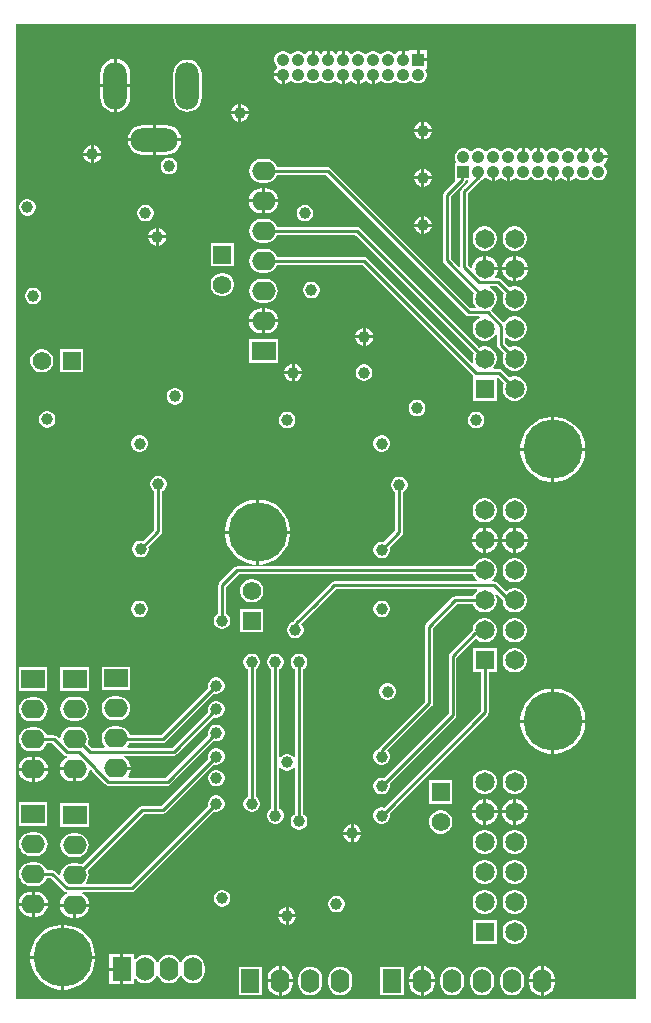
<source format=gbr>
%TF.GenerationSoftware,Altium Limited,Altium Designer,21.2.1 (34)*%
G04 Layer_Physical_Order=4*
G04 Layer_Color=16711680*
%FSLAX45Y45*%
%MOMM*%
%TF.SameCoordinates,1A5297F3-7C59-4284-9812-4E6276DD2B67*%
%TF.FilePolarity,Positive*%
%TF.FileFunction,Copper,L4,Bot,Signal*%
%TF.Part,Single*%
G01*
G75*
%TA.AperFunction,Conductor*%
%ADD30C,0.25400*%
%TA.AperFunction,ComponentPad*%
%ADD32C,1.05000*%
%ADD33R,1.05000X1.05000*%
%ADD34R,2.00000X1.60000*%
%ADD35O,2.00000X1.60000*%
%ADD36O,1.60000X2.00000*%
%ADD37R,1.60000X2.00000*%
%ADD38O,4.00000X2.00000*%
%ADD39O,2.00000X4.00000*%
%ADD40R,1.57000X1.57000*%
%ADD41C,1.57000*%
%ADD42R,1.65000X1.65000*%
%ADD43C,1.65000*%
%ADD44R,1.57000X1.57000*%
%TA.AperFunction,ViaPad*%
%ADD45C,5.00000*%
%ADD46C,1.00000*%
G36*
X5250000Y0D02*
X0D01*
Y8250000D01*
X5250000D01*
Y0D01*
D02*
G37*
%LPC*%
G36*
X3395299Y8027900D02*
X3330100D01*
Y8026268D01*
X3317400Y8018936D01*
X3311068Y8022591D01*
X3293699Y8027246D01*
Y7950000D01*
X3268299D01*
Y8027245D01*
X3250932Y8022591D01*
X3233168Y8012336D01*
X3222269Y8001437D01*
X3217369Y7998130D01*
X3205720Y8000811D01*
X3198516Y8008014D01*
X3181984Y8017559D01*
X3163545Y8022500D01*
X3144455D01*
X3126016Y8017559D01*
X3109484Y8008014D01*
X3098327Y7996858D01*
X3090500Y7995481D01*
X3082673Y7996858D01*
X3071516Y8008014D01*
X3054984Y8017559D01*
X3036545Y8022500D01*
X3017455D01*
X2999016Y8017559D01*
X2982484Y8008014D01*
X2971327Y7996858D01*
X2963500Y7995481D01*
X2955673Y7996858D01*
X2944516Y8008014D01*
X2927984Y8017559D01*
X2909545Y8022500D01*
X2890455D01*
X2872016Y8017559D01*
X2855484Y8008014D01*
X2848280Y8000811D01*
X2836631Y7998130D01*
X2831731Y8001437D01*
X2820832Y8012336D01*
X2803068Y8022591D01*
X2785699Y8027246D01*
Y7950000D01*
X2760299D01*
Y8027245D01*
X2742932Y8022591D01*
X2725168Y8012336D01*
X2718022Y8005189D01*
X2709500Y7998717D01*
X2700978Y8005189D01*
X2693832Y8012336D01*
X2676068Y8022591D01*
X2658699Y8027246D01*
Y7950000D01*
X2633299D01*
Y8027245D01*
X2615932Y8022591D01*
X2598168Y8012336D01*
X2591022Y8005189D01*
X2582500Y7998717D01*
X2573978Y8005189D01*
X2566832Y8012336D01*
X2549068Y8022591D01*
X2531699Y8027246D01*
Y7950000D01*
X2506299D01*
Y8027245D01*
X2488932Y8022591D01*
X2471168Y8012336D01*
X2460269Y8001437D01*
X2455369Y7998130D01*
X2443720Y8000811D01*
X2436516Y8008014D01*
X2419984Y8017559D01*
X2401545Y8022500D01*
X2382455D01*
X2364016Y8017559D01*
X2347484Y8008014D01*
X2336327Y7996858D01*
X2328500Y7995481D01*
X2320673Y7996858D01*
X2309516Y8008014D01*
X2292984Y8017559D01*
X2274545Y8022500D01*
X2255455D01*
X2237016Y8017559D01*
X2220484Y8008014D01*
X2206986Y7994516D01*
X2197441Y7977984D01*
X2192500Y7959545D01*
Y7940455D01*
X2197441Y7922016D01*
X2206986Y7905484D01*
X2214189Y7898280D01*
X2216870Y7886631D01*
X2213564Y7881731D01*
X2202665Y7870832D01*
X2192409Y7853068D01*
X2187755Y7835700D01*
X2264999D01*
Y7823000D01*
X2277699D01*
Y7745755D01*
X2295068Y7750409D01*
X2312832Y7760665D01*
X2323731Y7771564D01*
X2328631Y7774870D01*
X2340280Y7772189D01*
X2347484Y7764986D01*
X2364016Y7755441D01*
X2382455Y7750500D01*
X2401545D01*
X2419984Y7755441D01*
X2436516Y7764986D01*
X2447673Y7776142D01*
X2455500Y7777519D01*
X2463327Y7776142D01*
X2474484Y7764986D01*
X2491016Y7755441D01*
X2509455Y7750500D01*
X2528545D01*
X2546984Y7755441D01*
X2563516Y7764986D01*
X2574673Y7776142D01*
X2582500Y7777519D01*
X2590327Y7776142D01*
X2601484Y7764986D01*
X2618016Y7755441D01*
X2636455Y7750500D01*
X2655545D01*
X2673984Y7755441D01*
X2690516Y7764986D01*
X2697720Y7772189D01*
X2709369Y7774870D01*
X2714269Y7771564D01*
X2725168Y7760665D01*
X2742932Y7750409D01*
X2760299Y7745755D01*
Y7823000D01*
X2785699D01*
Y7745755D01*
X2803068Y7750409D01*
X2820832Y7760665D01*
X2827978Y7767811D01*
X2836500Y7774284D01*
X2845022Y7767811D01*
X2852168Y7760665D01*
X2869932Y7750409D01*
X2887299Y7745755D01*
Y7823000D01*
X2912699D01*
Y7745755D01*
X2930068Y7750409D01*
X2947832Y7760665D01*
X2954978Y7767811D01*
X2963500Y7774284D01*
X2972022Y7767811D01*
X2979168Y7760665D01*
X2996932Y7750409D01*
X3014299Y7745755D01*
Y7823000D01*
X3039699D01*
Y7745755D01*
X3057068Y7750409D01*
X3074832Y7760665D01*
X3085731Y7771564D01*
X3090631Y7774870D01*
X3102280Y7772189D01*
X3109484Y7764986D01*
X3126016Y7755441D01*
X3144455Y7750500D01*
X3163545D01*
X3181984Y7755441D01*
X3198516Y7764986D01*
X3209673Y7776142D01*
X3217500Y7777519D01*
X3225327Y7776142D01*
X3236484Y7764986D01*
X3253016Y7755441D01*
X3271455Y7750500D01*
X3290545D01*
X3308984Y7755441D01*
X3325516Y7764986D01*
X3336673Y7776142D01*
X3344500Y7777519D01*
X3352327Y7776142D01*
X3363484Y7764986D01*
X3380016Y7755441D01*
X3398455Y7750500D01*
X3417545D01*
X3435984Y7755441D01*
X3452516Y7764986D01*
X3466014Y7778484D01*
X3475559Y7795016D01*
X3480500Y7813455D01*
Y7832545D01*
X3475559Y7850984D01*
X3470700Y7859400D01*
X3478033Y7872100D01*
X3485900D01*
Y7937300D01*
X3407999D01*
Y7950000D01*
X3395299D01*
Y8027900D01*
D02*
G37*
G36*
X3485900D02*
X3420699D01*
Y7962700D01*
X3485900D01*
Y8027900D01*
D02*
G37*
G36*
X2252299Y7810300D02*
X2187755D01*
X2192409Y7792932D01*
X2202665Y7775168D01*
X2217168Y7760665D01*
X2234932Y7750409D01*
X2252299Y7745755D01*
Y7810300D01*
D02*
G37*
G36*
X857701Y7954810D02*
Y7742700D01*
X971482D01*
Y7830000D01*
X967172Y7862736D01*
X954537Y7893241D01*
X934437Y7919436D01*
X908241Y7939537D01*
X877736Y7952172D01*
X857701Y7954810D01*
D02*
G37*
G36*
X832301D02*
X812264Y7952172D01*
X781759Y7939537D01*
X755564Y7919436D01*
X735463Y7893241D01*
X722828Y7862736D01*
X718518Y7830000D01*
Y7742700D01*
X832301D01*
Y7954810D01*
D02*
G37*
G36*
X1912700Y7574657D02*
Y7512700D01*
X1974657D01*
X1970262Y7529103D01*
X1960335Y7546297D01*
X1946297Y7560335D01*
X1929103Y7570262D01*
X1912700Y7574657D01*
D02*
G37*
G36*
X1887300D02*
X1870897Y7570262D01*
X1853703Y7560335D01*
X1839665Y7546297D01*
X1829738Y7529103D01*
X1825343Y7512700D01*
X1887300D01*
Y7574657D01*
D02*
G37*
G36*
X1455000Y7951035D02*
X1423674Y7946911D01*
X1394482Y7934820D01*
X1369415Y7915585D01*
X1350180Y7890518D01*
X1338089Y7861326D01*
X1333965Y7830000D01*
Y7630000D01*
X1338089Y7598674D01*
X1350180Y7569482D01*
X1369415Y7544415D01*
X1394482Y7525180D01*
X1423674Y7513089D01*
X1455000Y7508965D01*
X1486326Y7513089D01*
X1515518Y7525180D01*
X1540585Y7544415D01*
X1559820Y7569482D01*
X1571912Y7598674D01*
X1576036Y7630000D01*
Y7830000D01*
X1571912Y7861326D01*
X1559820Y7890518D01*
X1540585Y7915585D01*
X1515518Y7934820D01*
X1486326Y7946911D01*
X1455000Y7951035D01*
D02*
G37*
G36*
X971482Y7717300D02*
X857701D01*
Y7505190D01*
X877736Y7507828D01*
X908241Y7520463D01*
X934437Y7540564D01*
X954537Y7566759D01*
X967172Y7597264D01*
X971482Y7630000D01*
Y7717300D01*
D02*
G37*
G36*
X832301D02*
X718518D01*
Y7630000D01*
X722828Y7597264D01*
X735463Y7566759D01*
X755564Y7540564D01*
X781759Y7520463D01*
X812264Y7507828D01*
X832301Y7505190D01*
Y7717300D01*
D02*
G37*
G36*
X1974657Y7487300D02*
X1912700D01*
Y7425343D01*
X1929103Y7429738D01*
X1946297Y7439665D01*
X1960335Y7453703D01*
X1970262Y7470897D01*
X1974657Y7487300D01*
D02*
G37*
G36*
X1887300D02*
X1825343D01*
X1829738Y7470897D01*
X1839665Y7453703D01*
X1853703Y7439665D01*
X1870897Y7429738D01*
X1887300Y7425343D01*
Y7487300D01*
D02*
G37*
G36*
X3462700Y7424657D02*
Y7362700D01*
X3524657D01*
X3520262Y7379103D01*
X3510335Y7396297D01*
X3496297Y7410335D01*
X3479103Y7420262D01*
X3462700Y7424657D01*
D02*
G37*
G36*
X3437300D02*
X3420897Y7420262D01*
X3403703Y7410335D01*
X3389665Y7396297D01*
X3379738Y7379103D01*
X3375343Y7362700D01*
X3437300D01*
Y7424657D01*
D02*
G37*
G36*
X1275000Y7396482D02*
X1187700D01*
Y7282700D01*
X1399810D01*
X1397172Y7302736D01*
X1384537Y7333241D01*
X1364436Y7359436D01*
X1338241Y7379537D01*
X1307736Y7392172D01*
X1275000Y7396482D01*
D02*
G37*
G36*
X1162300D02*
X1075000D01*
X1042264Y7392172D01*
X1011759Y7379537D01*
X985564Y7359436D01*
X965464Y7333241D01*
X952828Y7302736D01*
X950190Y7282700D01*
X1162300D01*
Y7396482D01*
D02*
G37*
G36*
X3524657Y7337300D02*
X3462700D01*
Y7275343D01*
X3479103Y7279738D01*
X3496297Y7289665D01*
X3510335Y7303703D01*
X3520262Y7320897D01*
X3524657Y7337300D01*
D02*
G37*
G36*
X3437300D02*
X3375343D01*
X3379738Y7320897D01*
X3389665Y7303703D01*
X3403703Y7289665D01*
X3420897Y7279738D01*
X3437300Y7275343D01*
Y7337300D01*
D02*
G37*
G36*
X1175000Y7270000D02*
D01*
D01*
D01*
D02*
G37*
G36*
X4922300Y7204245D02*
X4904932Y7199591D01*
X4887168Y7189335D01*
X4880022Y7182189D01*
X4871500Y7175716D01*
X4862978Y7182189D01*
X4855832Y7189335D01*
X4838068Y7199591D01*
X4820700Y7204245D01*
Y7127000D01*
X4795300D01*
Y7204245D01*
X4777932Y7199591D01*
X4760168Y7189335D01*
X4749269Y7178436D01*
X4744369Y7175130D01*
X4732720Y7177811D01*
X4725516Y7185014D01*
X4708984Y7194559D01*
X4690545Y7199500D01*
X4671455D01*
X4653016Y7194559D01*
X4636484Y7185014D01*
X4625327Y7173858D01*
X4617500Y7172481D01*
X4609673Y7173858D01*
X4598516Y7185014D01*
X4581984Y7194559D01*
X4563545Y7199500D01*
X4544455D01*
X4526016Y7194559D01*
X4509484Y7185014D01*
X4502280Y7177811D01*
X4490631Y7175130D01*
X4485731Y7178436D01*
X4474832Y7189335D01*
X4457068Y7199591D01*
X4439700Y7204245D01*
Y7127000D01*
X4414300D01*
Y7204245D01*
X4396932Y7199591D01*
X4379168Y7189335D01*
X4372022Y7182189D01*
X4363500Y7175716D01*
X4354978Y7182189D01*
X4347832Y7189335D01*
X4330068Y7199591D01*
X4312700Y7204245D01*
Y7127000D01*
X4287300D01*
Y7204245D01*
X4269932Y7199591D01*
X4252168Y7189335D01*
X4241269Y7178436D01*
X4236369Y7175130D01*
X4224720Y7177811D01*
X4217516Y7185014D01*
X4200984Y7194559D01*
X4182545Y7199500D01*
X4163455D01*
X4145016Y7194559D01*
X4128484Y7185014D01*
X4117327Y7173858D01*
X4109500Y7172481D01*
X4101673Y7173858D01*
X4090516Y7185014D01*
X4073984Y7194559D01*
X4055545Y7199500D01*
X4036455D01*
X4018016Y7194559D01*
X4001484Y7185014D01*
X3990327Y7173858D01*
X3982500Y7172481D01*
X3974673Y7173858D01*
X3963516Y7185014D01*
X3946984Y7194559D01*
X3928545Y7199500D01*
X3909455D01*
X3891016Y7194559D01*
X3874484Y7185014D01*
X3863327Y7173858D01*
X3855500Y7172481D01*
X3847673Y7173858D01*
X3836516Y7185014D01*
X3819984Y7194559D01*
X3801545Y7199500D01*
X3782455D01*
X3764016Y7194559D01*
X3747484Y7185014D01*
X3733986Y7171516D01*
X3724441Y7154984D01*
X3719500Y7136545D01*
Y7117455D01*
X3724441Y7099016D01*
X3732417Y7085200D01*
X3727723Y7072500D01*
X3719500D01*
Y6927500D01*
X3719500D01*
X3722678Y6919828D01*
X3626425Y6823575D01*
X3619197Y6812759D01*
X3616660Y6800000D01*
Y6250000D01*
X3619197Y6237241D01*
X3626425Y6226425D01*
X3880706Y5972143D01*
X3877485Y5966564D01*
X3870500Y5940494D01*
Y5913506D01*
X3877485Y5887437D01*
X3890980Y5864064D01*
X3898169Y5856874D01*
X3893309Y5845141D01*
X3852010D01*
X2665575Y7031575D01*
X2654759Y7038803D01*
X2642000Y7041341D01*
X2214429D01*
X2207349Y7058431D01*
X2191320Y7079321D01*
X2170431Y7095350D01*
X2146105Y7105426D01*
X2120000Y7108863D01*
X2079999D01*
X2053894Y7105426D01*
X2029568Y7095350D01*
X2008679Y7079321D01*
X1992650Y7058431D01*
X1982574Y7034105D01*
X1979137Y7008000D01*
X1982574Y6981895D01*
X1992650Y6957569D01*
X2008679Y6936679D01*
X2029568Y6920650D01*
X2053894Y6910574D01*
X2079999Y6907137D01*
X2120000D01*
X2146105Y6910574D01*
X2170431Y6920650D01*
X2191320Y6936679D01*
X2207349Y6957569D01*
X2214429Y6974659D01*
X2628190D01*
X3814624Y5788225D01*
X3825441Y5780998D01*
X3838200Y5778460D01*
X3925262D01*
X3928665Y5765760D01*
X3910064Y5755020D01*
X3890980Y5735936D01*
X3877485Y5712564D01*
X3870500Y5686494D01*
Y5659506D01*
X3877485Y5633437D01*
X3890980Y5610064D01*
X3910064Y5590980D01*
X3933436Y5577485D01*
X3959506Y5570500D01*
X3986494D01*
X4012563Y5577485D01*
X4035936Y5590980D01*
X4055020Y5610064D01*
X4064462Y5626418D01*
X4077162Y5623015D01*
Y5535497D01*
X4079700Y5522739D01*
X4086928Y5511922D01*
X4134706Y5464143D01*
X4131485Y5458564D01*
X4124500Y5432494D01*
Y5405506D01*
X4131485Y5379437D01*
X4144980Y5356064D01*
X4164064Y5336980D01*
X4187436Y5323485D01*
X4213506Y5316500D01*
X4240494D01*
X4266563Y5323485D01*
X4289936Y5336980D01*
X4309020Y5356064D01*
X4322515Y5379437D01*
X4329500Y5405506D01*
Y5432494D01*
X4322515Y5458564D01*
X4309020Y5481936D01*
X4289936Y5501020D01*
X4266563Y5514515D01*
X4240494Y5521500D01*
X4213506D01*
X4187436Y5514515D01*
X4181857Y5511294D01*
X4143843Y5549307D01*
Y5593239D01*
X4156543Y5598500D01*
X4164064Y5590980D01*
X4187436Y5577485D01*
X4213506Y5570500D01*
X4240494D01*
X4266563Y5577485D01*
X4289936Y5590980D01*
X4309020Y5610064D01*
X4322515Y5633437D01*
X4329500Y5659506D01*
Y5686494D01*
X4322515Y5712564D01*
X4309020Y5735936D01*
X4289936Y5755020D01*
X4266563Y5768515D01*
X4240494Y5775500D01*
X4213506D01*
X4187436Y5768515D01*
X4164064Y5755020D01*
X4144980Y5735936D01*
X4142459Y5731570D01*
X4126587Y5729481D01*
X4029480Y5826588D01*
X4031570Y5842459D01*
X4035936Y5844980D01*
X4055020Y5864064D01*
X4068515Y5887437D01*
X4075500Y5913506D01*
Y5940494D01*
X4068515Y5966564D01*
X4055020Y5989936D01*
X4035936Y6009020D01*
X4017335Y6019760D01*
X4020738Y6032460D01*
X4074390D01*
X4134706Y5972143D01*
X4131485Y5966564D01*
X4124500Y5940494D01*
Y5913506D01*
X4131485Y5887437D01*
X4144980Y5864064D01*
X4164064Y5844980D01*
X4187436Y5831485D01*
X4213506Y5824500D01*
X4240494D01*
X4266563Y5831485D01*
X4289936Y5844980D01*
X4309020Y5864064D01*
X4322515Y5887437D01*
X4329500Y5913506D01*
Y5940494D01*
X4322515Y5966564D01*
X4309020Y5989936D01*
X4289936Y6009020D01*
X4266563Y6022515D01*
X4240494Y6029500D01*
X4213506D01*
X4187436Y6022515D01*
X4181857Y6019294D01*
X4111775Y6089376D01*
X4100959Y6096603D01*
X4088200Y6099141D01*
X4060328D01*
X4055468Y6110874D01*
X4059341Y6114748D01*
X4073547Y6139352D01*
X4080900Y6166795D01*
Y6168299D01*
X3973000D01*
Y6180999D01*
X3960300D01*
Y6288900D01*
X3958795D01*
X3931352Y6281547D01*
X3906748Y6267342D01*
X3886658Y6247252D01*
X3872453Y6222648D01*
X3865100Y6195205D01*
Y6189727D01*
X3853367Y6184867D01*
X3833341Y6204893D01*
Y6820190D01*
X3945081Y6931931D01*
X3946984Y6932441D01*
X3963516Y6941986D01*
X3970720Y6949189D01*
X3982369Y6951870D01*
X3987269Y6948563D01*
X3998168Y6937665D01*
X4015932Y6927409D01*
X4033300Y6922755D01*
Y7000000D01*
X4058700D01*
Y6922755D01*
X4076068Y6927409D01*
X4093832Y6937665D01*
X4100978Y6944811D01*
X4109500Y6951284D01*
X4118022Y6944811D01*
X4125168Y6937665D01*
X4142932Y6927409D01*
X4160300Y6922755D01*
Y7000000D01*
X4185700D01*
Y6922755D01*
X4203068Y6927409D01*
X4220832Y6937665D01*
X4231731Y6948563D01*
X4236631Y6951870D01*
X4248280Y6949189D01*
X4255484Y6941986D01*
X4272016Y6932441D01*
X4290455Y6927500D01*
X4309545D01*
X4327984Y6932441D01*
X4344516Y6941986D01*
X4355673Y6953142D01*
X4363500Y6954519D01*
X4371327Y6953142D01*
X4382484Y6941986D01*
X4399016Y6932441D01*
X4417455Y6927500D01*
X4436545D01*
X4454984Y6932441D01*
X4471516Y6941986D01*
X4478720Y6949189D01*
X4490369Y6951870D01*
X4495269Y6948563D01*
X4506168Y6937665D01*
X4523932Y6927409D01*
X4541300Y6922755D01*
Y7000000D01*
X4566700D01*
Y6922755D01*
X4584068Y6927409D01*
X4601832Y6937665D01*
X4608978Y6944811D01*
X4617500Y6951284D01*
X4626022Y6944811D01*
X4633168Y6937665D01*
X4650932Y6927409D01*
X4668300Y6922755D01*
Y7000000D01*
X4693700D01*
Y6922755D01*
X4711068Y6927409D01*
X4728832Y6937665D01*
X4739731Y6948563D01*
X4744631Y6951870D01*
X4756280Y6949189D01*
X4763484Y6941986D01*
X4780016Y6932441D01*
X4798455Y6927500D01*
X4817545D01*
X4835984Y6932441D01*
X4852516Y6941986D01*
X4863673Y6953142D01*
X4871500Y6954519D01*
X4879327Y6953142D01*
X4890484Y6941986D01*
X4907016Y6932441D01*
X4925455Y6927500D01*
X4944545D01*
X4962984Y6932441D01*
X4979516Y6941986D01*
X4993014Y6955484D01*
X5002559Y6972016D01*
X5007500Y6990455D01*
Y7009545D01*
X5002559Y7027984D01*
X4993014Y7044516D01*
X4985811Y7051720D01*
X4983130Y7063369D01*
X4986437Y7068269D01*
X4997335Y7079168D01*
X5007591Y7096932D01*
X5012245Y7114300D01*
X4935000D01*
Y7127000D01*
X4922300D01*
Y7204245D01*
D02*
G37*
G36*
X662700Y7224657D02*
Y7162700D01*
X724656D01*
X720261Y7179103D01*
X710335Y7196297D01*
X696296Y7210335D01*
X679103Y7220262D01*
X662700Y7224657D01*
D02*
G37*
G36*
X637300D02*
X620896Y7220262D01*
X603703Y7210335D01*
X589665Y7196297D01*
X579738Y7179103D01*
X575343Y7162700D01*
X637300D01*
Y7224657D01*
D02*
G37*
G36*
X1399810Y7257300D02*
X1187700D01*
Y7143518D01*
X1275000D01*
X1307736Y7147828D01*
X1338241Y7160463D01*
X1364436Y7180563D01*
X1384537Y7206759D01*
X1397172Y7237264D01*
X1399810Y7257300D01*
D02*
G37*
G36*
X1162300D02*
X950190D01*
X952828Y7237264D01*
X965464Y7206759D01*
X985564Y7180563D01*
X1011759Y7160463D01*
X1042264Y7147828D01*
X1075000Y7143518D01*
X1162300D01*
Y7257300D01*
D02*
G37*
G36*
X4947700Y7204245D02*
Y7139700D01*
X5012245D01*
X5007591Y7157068D01*
X4997335Y7174832D01*
X4982832Y7189335D01*
X4965068Y7199591D01*
X4947700Y7204245D01*
D02*
G37*
G36*
X724656Y7137300D02*
X662700D01*
Y7075343D01*
X679103Y7079738D01*
X696296Y7089665D01*
X710335Y7103704D01*
X720261Y7120897D01*
X724656Y7137300D01*
D02*
G37*
G36*
X637300D02*
X575343D01*
X579738Y7120897D01*
X589665Y7103704D01*
X603703Y7089665D01*
X620896Y7079738D01*
X637300Y7075343D01*
Y7137300D01*
D02*
G37*
G36*
X1309216Y7120000D02*
X1290784D01*
X1272981Y7115230D01*
X1257019Y7106014D01*
X1243986Y7092981D01*
X1234770Y7077019D01*
X1230000Y7059216D01*
Y7040784D01*
X1234770Y7022981D01*
X1243986Y7007019D01*
X1257019Y6993986D01*
X1272981Y6984771D01*
X1290784Y6980000D01*
X1309216D01*
X1327019Y6984771D01*
X1342981Y6993986D01*
X1356014Y7007019D01*
X1365229Y7022981D01*
X1370000Y7040784D01*
Y7059216D01*
X1365229Y7077019D01*
X1356014Y7092981D01*
X1342981Y7106014D01*
X1327019Y7115230D01*
X1309216Y7120000D01*
D02*
G37*
G36*
X3462700Y7024657D02*
Y6962700D01*
X3524657D01*
X3520262Y6979103D01*
X3510335Y6996297D01*
X3496297Y7010335D01*
X3479103Y7020262D01*
X3462700Y7024657D01*
D02*
G37*
G36*
X3437300D02*
X3420897Y7020262D01*
X3403703Y7010335D01*
X3389665Y6996297D01*
X3379738Y6979103D01*
X3375343Y6962700D01*
X3437300D01*
Y7024657D01*
D02*
G37*
G36*
X3524657Y6937300D02*
X3462700D01*
Y6875343D01*
X3479103Y6879738D01*
X3496297Y6889665D01*
X3510335Y6903703D01*
X3520262Y6920897D01*
X3524657Y6937300D01*
D02*
G37*
G36*
X3437300D02*
X3375343D01*
X3379738Y6920897D01*
X3389665Y6903703D01*
X3403703Y6889665D01*
X3420897Y6879738D01*
X3437300Y6875343D01*
Y6937300D01*
D02*
G37*
G36*
X2120000Y6860309D02*
X2112699D01*
Y6766700D01*
X2224637D01*
X2222687Y6781515D01*
X2212066Y6807155D01*
X2195172Y6829172D01*
X2173155Y6846067D01*
X2147515Y6856687D01*
X2120000Y6860309D01*
D02*
G37*
G36*
X2087299D02*
X2079999D01*
X2052485Y6856687D01*
X2026845Y6846067D01*
X2004827Y6829172D01*
X1987933Y6807155D01*
X1977312Y6781515D01*
X1975362Y6766700D01*
X2087299D01*
Y6860309D01*
D02*
G37*
G36*
X2224637Y6741300D02*
X2112699D01*
Y6647691D01*
X2120000D01*
X2147515Y6651313D01*
X2173155Y6661933D01*
X2195172Y6678828D01*
X2212066Y6700845D01*
X2222687Y6726485D01*
X2224637Y6741300D01*
D02*
G37*
G36*
X2087299D02*
X1975362D01*
X1977312Y6726485D01*
X1987933Y6700845D01*
X2004827Y6678828D01*
X2026845Y6661933D01*
X2052485Y6651313D01*
X2079999Y6647691D01*
X2087299D01*
Y6741300D01*
D02*
G37*
G36*
X109215Y6770000D02*
X90784D01*
X72981Y6765230D01*
X57019Y6756014D01*
X43986Y6742981D01*
X34770Y6727019D01*
X30000Y6709216D01*
Y6690784D01*
X34770Y6672981D01*
X43986Y6657019D01*
X57019Y6643986D01*
X72981Y6634771D01*
X90784Y6630000D01*
X109215D01*
X127019Y6634771D01*
X142981Y6643986D01*
X156014Y6657019D01*
X165229Y6672981D01*
X170000Y6690784D01*
Y6709216D01*
X165229Y6727019D01*
X156014Y6742981D01*
X142981Y6756014D01*
X127019Y6765230D01*
X109215Y6770000D01*
D02*
G37*
G36*
X2459216Y6720000D02*
X2440784D01*
X2422981Y6715229D01*
X2407019Y6706014D01*
X2393986Y6692981D01*
X2384770Y6677019D01*
X2380000Y6659216D01*
Y6640784D01*
X2384770Y6622981D01*
X2393986Y6607019D01*
X2407019Y6593986D01*
X2422981Y6584770D01*
X2440784Y6580000D01*
X2459216D01*
X2477019Y6584770D01*
X2492981Y6593986D01*
X2506014Y6607019D01*
X2515229Y6622981D01*
X2520000Y6640784D01*
Y6659216D01*
X2515229Y6677019D01*
X2506014Y6692981D01*
X2492981Y6706014D01*
X2477019Y6715229D01*
X2459216Y6720000D01*
D02*
G37*
G36*
X1109216D02*
X1090784D01*
X1072981Y6715229D01*
X1057019Y6706014D01*
X1043986Y6692981D01*
X1034771Y6677019D01*
X1030000Y6659216D01*
Y6640784D01*
X1034771Y6622981D01*
X1043986Y6607019D01*
X1057019Y6593986D01*
X1072981Y6584770D01*
X1090784Y6580000D01*
X1109216D01*
X1127019Y6584770D01*
X1142981Y6593986D01*
X1156014Y6607019D01*
X1165230Y6622981D01*
X1170000Y6640784D01*
Y6659216D01*
X1165230Y6677019D01*
X1156014Y6692981D01*
X1142981Y6706014D01*
X1127019Y6715229D01*
X1109216Y6720000D01*
D02*
G37*
G36*
X3462700Y6624657D02*
Y6562700D01*
X3524657D01*
X3520262Y6579103D01*
X3510335Y6596297D01*
X3496297Y6610335D01*
X3479103Y6620262D01*
X3462700Y6624657D01*
D02*
G37*
G36*
X3437300D02*
X3420897Y6620262D01*
X3403703Y6610335D01*
X3389665Y6596297D01*
X3379738Y6579103D01*
X3375343Y6562700D01*
X3437300D01*
Y6624657D01*
D02*
G37*
G36*
X3524657Y6537300D02*
X3462700D01*
Y6475343D01*
X3479103Y6479738D01*
X3496297Y6489665D01*
X3510335Y6503704D01*
X3520262Y6520897D01*
X3524657Y6537300D01*
D02*
G37*
G36*
X3437300D02*
X3375343D01*
X3379738Y6520897D01*
X3389665Y6503704D01*
X3403703Y6489665D01*
X3420897Y6479738D01*
X3437300Y6475343D01*
Y6537300D01*
D02*
G37*
G36*
X1212700Y6524657D02*
Y6462700D01*
X1274657D01*
X1270262Y6479103D01*
X1260335Y6496297D01*
X1246296Y6510335D01*
X1229103Y6520262D01*
X1212700Y6524657D01*
D02*
G37*
G36*
X1187300D02*
X1170897Y6520262D01*
X1153703Y6510335D01*
X1139665Y6496297D01*
X1129738Y6479103D01*
X1125343Y6462700D01*
X1187300D01*
Y6524657D01*
D02*
G37*
G36*
X1274657Y6437300D02*
X1212700D01*
Y6375343D01*
X1229103Y6379738D01*
X1246296Y6389665D01*
X1260335Y6403703D01*
X1270262Y6420897D01*
X1274657Y6437300D01*
D02*
G37*
G36*
X1187300D02*
X1125343D01*
X1129738Y6420897D01*
X1139665Y6403703D01*
X1153703Y6389665D01*
X1170897Y6379738D01*
X1187300Y6375343D01*
Y6437300D01*
D02*
G37*
G36*
X4240494Y6537500D02*
X4213506D01*
X4187436Y6530515D01*
X4164064Y6517020D01*
X4144980Y6497936D01*
X4131485Y6474564D01*
X4124500Y6448494D01*
Y6421506D01*
X4131485Y6395437D01*
X4144980Y6372064D01*
X4164064Y6352980D01*
X4187436Y6339485D01*
X4213506Y6332500D01*
X4240494D01*
X4266563Y6339485D01*
X4289936Y6352980D01*
X4309020Y6372064D01*
X4322515Y6395437D01*
X4329500Y6421506D01*
Y6448494D01*
X4322515Y6474564D01*
X4309020Y6497936D01*
X4289936Y6517020D01*
X4266563Y6530515D01*
X4240494Y6537500D01*
D02*
G37*
G36*
X3986494D02*
X3959506D01*
X3933436Y6530515D01*
X3910064Y6517020D01*
X3890980Y6497936D01*
X3877485Y6474564D01*
X3870500Y6448494D01*
Y6421506D01*
X3877485Y6395437D01*
X3890980Y6372064D01*
X3910064Y6352980D01*
X3933436Y6339485D01*
X3959506Y6332500D01*
X3986494D01*
X4012563Y6339485D01*
X4035936Y6352980D01*
X4055020Y6372064D01*
X4068515Y6395437D01*
X4075500Y6421506D01*
Y6448494D01*
X4068515Y6474564D01*
X4055020Y6497936D01*
X4035936Y6517020D01*
X4012563Y6530515D01*
X3986494Y6537500D01*
D02*
G37*
G36*
X1848500Y6398500D02*
X1651500D01*
Y6201500D01*
X1848500D01*
Y6398500D01*
D02*
G37*
G36*
X4241205Y6288900D02*
X4239700D01*
Y6193699D01*
X4334900D01*
Y6195205D01*
X4327547Y6222648D01*
X4313341Y6247252D01*
X4293252Y6267342D01*
X4268648Y6281547D01*
X4241205Y6288900D01*
D02*
G37*
G36*
X3987205D02*
X3985700D01*
Y6193699D01*
X4080900D01*
Y6195205D01*
X4073547Y6222648D01*
X4059341Y6247252D01*
X4039252Y6267342D01*
X4014648Y6281547D01*
X3987205Y6288900D01*
D02*
G37*
G36*
X4214300D02*
X4212795D01*
X4185352Y6281547D01*
X4160748Y6267342D01*
X4140658Y6247252D01*
X4126453Y6222648D01*
X4119100Y6195205D01*
Y6193699D01*
X4214300D01*
Y6288900D01*
D02*
G37*
G36*
X4334900Y6168299D02*
X4239700D01*
Y6073100D01*
X4241205D01*
X4268648Y6080453D01*
X4293252Y6094659D01*
X4313341Y6114748D01*
X4327547Y6139352D01*
X4334900Y6166795D01*
Y6168299D01*
D02*
G37*
G36*
X4214300D02*
X4119100D01*
Y6166795D01*
X4126453Y6139352D01*
X4140658Y6114748D01*
X4160748Y6094659D01*
X4185352Y6080453D01*
X4212795Y6073100D01*
X4214300D01*
Y6168299D01*
D02*
G37*
G36*
X1762968Y6144500D02*
X1737032D01*
X1711981Y6137787D01*
X1689520Y6124820D01*
X1671181Y6106481D01*
X1658213Y6084020D01*
X1651500Y6058968D01*
Y6033032D01*
X1658213Y6007981D01*
X1671181Y5985520D01*
X1689520Y5967181D01*
X1711981Y5954213D01*
X1737032Y5947500D01*
X1762968D01*
X1788020Y5954213D01*
X1810481Y5967181D01*
X1828820Y5985520D01*
X1841787Y6007981D01*
X1848500Y6033032D01*
Y6058968D01*
X1841787Y6084020D01*
X1828820Y6106481D01*
X1810481Y6124820D01*
X1788020Y6137787D01*
X1762968Y6144500D01*
D02*
G37*
G36*
X2513843Y6070000D02*
X2495412D01*
X2477608Y6065229D01*
X2461647Y6056014D01*
X2448614Y6042981D01*
X2439398Y6027019D01*
X2434628Y6009216D01*
Y5990784D01*
X2439398Y5972981D01*
X2448614Y5957019D01*
X2461647Y5943986D01*
X2477608Y5934770D01*
X2495412Y5930000D01*
X2513843D01*
X2531646Y5934770D01*
X2547608Y5943986D01*
X2560641Y5957019D01*
X2569857Y5972981D01*
X2574627Y5990784D01*
Y6009216D01*
X2569857Y6027019D01*
X2560641Y6042981D01*
X2547608Y6056014D01*
X2531646Y6065229D01*
X2513843Y6070000D01*
D02*
G37*
G36*
X2120000Y6092863D02*
X2079999D01*
X2053894Y6089426D01*
X2029568Y6079350D01*
X2008679Y6063321D01*
X1992650Y6042431D01*
X1982574Y6018105D01*
X1979137Y5992000D01*
X1982574Y5965895D01*
X1992650Y5941569D01*
X2008679Y5920679D01*
X2029568Y5904650D01*
X2053894Y5894574D01*
X2079999Y5891137D01*
X2120000D01*
X2146105Y5894574D01*
X2170431Y5904650D01*
X2191320Y5920679D01*
X2207349Y5941569D01*
X2217426Y5965895D01*
X2220862Y5992000D01*
X2217426Y6018105D01*
X2207349Y6042431D01*
X2191320Y6063321D01*
X2170431Y6079350D01*
X2146105Y6089426D01*
X2120000Y6092863D01*
D02*
G37*
G36*
X159215Y6020000D02*
X140784D01*
X122981Y6015230D01*
X107019Y6006014D01*
X93986Y5992981D01*
X84770Y5977019D01*
X80000Y5959216D01*
Y5940785D01*
X84770Y5922981D01*
X93986Y5907019D01*
X107019Y5893986D01*
X122981Y5884771D01*
X140784Y5880000D01*
X159215D01*
X177019Y5884771D01*
X192981Y5893986D01*
X206014Y5907019D01*
X215229Y5922981D01*
X220000Y5940785D01*
Y5959216D01*
X215229Y5977019D01*
X206014Y5992981D01*
X192981Y6006014D01*
X177019Y6015230D01*
X159215Y6020000D01*
D02*
G37*
G36*
X2120000Y5844309D02*
X2112699D01*
Y5750700D01*
X2224637D01*
X2222687Y5765515D01*
X2212066Y5791155D01*
X2195172Y5813172D01*
X2173155Y5830067D01*
X2147515Y5840687D01*
X2120000Y5844309D01*
D02*
G37*
G36*
X2087299D02*
X2079999D01*
X2052485Y5840687D01*
X2026845Y5830067D01*
X2004827Y5813172D01*
X1987933Y5791155D01*
X1977312Y5765515D01*
X1975362Y5750700D01*
X2087299D01*
Y5844309D01*
D02*
G37*
G36*
X2224637Y5725300D02*
X2112699D01*
Y5631691D01*
X2120000D01*
X2147515Y5635313D01*
X2173155Y5645933D01*
X2195172Y5662828D01*
X2212066Y5684845D01*
X2222687Y5710485D01*
X2224637Y5725300D01*
D02*
G37*
G36*
X2087299D02*
X1975362D01*
X1977312Y5710485D01*
X1987933Y5684845D01*
X2004827Y5662828D01*
X2026845Y5645933D01*
X2052485Y5635313D01*
X2079999Y5631691D01*
X2087299D01*
Y5725300D01*
D02*
G37*
G36*
X2965874Y5677831D02*
Y5615874D01*
X3027831D01*
X3023436Y5632278D01*
X3013509Y5649471D01*
X2999471Y5663509D01*
X2982277Y5673436D01*
X2965874Y5677831D01*
D02*
G37*
G36*
X2940474D02*
X2924071Y5673436D01*
X2906877Y5663509D01*
X2892839Y5649471D01*
X2882912Y5632278D01*
X2878517Y5615874D01*
X2940474D01*
Y5677831D01*
D02*
G37*
G36*
X3027831Y5590474D02*
X2965874D01*
Y5528518D01*
X2982277Y5532912D01*
X2999471Y5542839D01*
X3013509Y5556878D01*
X3023436Y5574071D01*
X3027831Y5590474D01*
D02*
G37*
G36*
X2940474D02*
X2878517D01*
X2882912Y5574071D01*
X2892839Y5556878D01*
X2906877Y5542839D01*
X2924071Y5532912D01*
X2940474Y5528518D01*
Y5590474D01*
D02*
G37*
G36*
X2120000Y6600863D02*
X2079999D01*
X2053894Y6597426D01*
X2029568Y6587350D01*
X2008679Y6571321D01*
X1992650Y6550431D01*
X1982574Y6526105D01*
X1979137Y6500000D01*
X1982574Y6473895D01*
X1992650Y6449569D01*
X2008679Y6428679D01*
X2029568Y6412650D01*
X2053894Y6402574D01*
X2079999Y6399137D01*
X2120000D01*
X2146105Y6402574D01*
X2170431Y6412650D01*
X2191320Y6428679D01*
X2207349Y6449569D01*
X2214429Y6466659D01*
X2878190D01*
X3880706Y5464143D01*
X3877485Y5458564D01*
X3870500Y5432494D01*
Y5405506D01*
X3874488Y5390624D01*
X3863101Y5384050D01*
X2977575Y6269575D01*
X2966759Y6276803D01*
X2954000Y6279341D01*
X2214429D01*
X2207349Y6296431D01*
X2191320Y6317321D01*
X2170431Y6333350D01*
X2146105Y6343426D01*
X2120000Y6346863D01*
X2079999D01*
X2053894Y6343426D01*
X2029568Y6333350D01*
X2008679Y6317321D01*
X1992650Y6296431D01*
X1982574Y6272105D01*
X1979137Y6246000D01*
X1982574Y6219895D01*
X1992650Y6195569D01*
X2008679Y6174679D01*
X2029568Y6158650D01*
X2053894Y6148574D01*
X2079999Y6145137D01*
X2120000D01*
X2146105Y6148574D01*
X2170431Y6158650D01*
X2191320Y6174679D01*
X2207349Y6195569D01*
X2214429Y6212659D01*
X2940190D01*
X3872650Y5280200D01*
X3870500Y5267500D01*
X3870500D01*
Y5062500D01*
X4075500D01*
Y5251389D01*
X4088200Y5256650D01*
X4134706Y5210143D01*
X4131485Y5204564D01*
X4124500Y5178494D01*
Y5151506D01*
X4131485Y5125437D01*
X4144980Y5102064D01*
X4164064Y5082980D01*
X4187436Y5069485D01*
X4213506Y5062500D01*
X4240494D01*
X4266563Y5069485D01*
X4289936Y5082980D01*
X4309020Y5102064D01*
X4322515Y5125437D01*
X4329500Y5151506D01*
Y5178494D01*
X4322515Y5204564D01*
X4309020Y5227936D01*
X4289936Y5247020D01*
X4266563Y5260515D01*
X4240494Y5267500D01*
X4213506D01*
X4187436Y5260515D01*
X4181857Y5257294D01*
X4115575Y5323575D01*
X4104759Y5330803D01*
X4092000Y5333341D01*
X4050258D01*
X4044997Y5346041D01*
X4055020Y5356064D01*
X4068515Y5379437D01*
X4075500Y5405506D01*
Y5432494D01*
X4068515Y5458564D01*
X4055020Y5481936D01*
X4035936Y5501020D01*
X4012563Y5514515D01*
X3986494Y5521500D01*
X3959506D01*
X3933436Y5514515D01*
X3927857Y5511294D01*
X2915576Y6523575D01*
X2904759Y6530803D01*
X2892000Y6533341D01*
X2214429D01*
X2207349Y6550431D01*
X2191320Y6571321D01*
X2170431Y6587350D01*
X2146105Y6597426D01*
X2120000Y6600863D01*
D02*
G37*
G36*
X2220000Y5584000D02*
X1980000D01*
Y5384000D01*
X2220000D01*
Y5584000D01*
D02*
G37*
G36*
X2362700Y5374657D02*
Y5312700D01*
X2424657D01*
X2420262Y5329103D01*
X2410335Y5346297D01*
X2396297Y5360335D01*
X2379103Y5370262D01*
X2362700Y5374657D01*
D02*
G37*
G36*
X2337300D02*
X2320897Y5370262D01*
X2303704Y5360335D01*
X2289665Y5346297D01*
X2279738Y5329103D01*
X2275343Y5312700D01*
X2337300D01*
Y5374657D01*
D02*
G37*
G36*
X575500Y5498500D02*
X378500D01*
Y5301500D01*
X575500D01*
Y5498500D01*
D02*
G37*
G36*
X235968D02*
X210032D01*
X184981Y5491787D01*
X162520Y5478820D01*
X144181Y5460481D01*
X131213Y5438020D01*
X124500Y5412968D01*
Y5387032D01*
X131213Y5361981D01*
X144181Y5339520D01*
X162520Y5321181D01*
X184981Y5308213D01*
X210032Y5301500D01*
X235968D01*
X261020Y5308213D01*
X283481Y5321181D01*
X301820Y5339520D01*
X314787Y5361981D01*
X321500Y5387032D01*
Y5412968D01*
X314787Y5438020D01*
X301820Y5460481D01*
X283481Y5478820D01*
X261020Y5491787D01*
X235968Y5498500D01*
D02*
G37*
G36*
X2959215Y5370000D02*
X2940784D01*
X2922981Y5365230D01*
X2907019Y5356014D01*
X2893986Y5342981D01*
X2884770Y5327019D01*
X2880000Y5309216D01*
Y5290784D01*
X2884770Y5272981D01*
X2893986Y5257019D01*
X2907019Y5243986D01*
X2922981Y5234771D01*
X2940784Y5230000D01*
X2959215D01*
X2977019Y5234771D01*
X2992981Y5243986D01*
X3006014Y5257019D01*
X3015229Y5272981D01*
X3020000Y5290784D01*
Y5309216D01*
X3015229Y5327019D01*
X3006014Y5342981D01*
X2992981Y5356014D01*
X2977019Y5365230D01*
X2959215Y5370000D01*
D02*
G37*
G36*
X2424657Y5287300D02*
X2362700D01*
Y5225343D01*
X2379103Y5229738D01*
X2396297Y5239665D01*
X2410335Y5253703D01*
X2420262Y5270897D01*
X2424657Y5287300D01*
D02*
G37*
G36*
X2337300D02*
X2275343D01*
X2279738Y5270897D01*
X2289665Y5253703D01*
X2303704Y5239665D01*
X2320897Y5229738D01*
X2337300Y5225343D01*
Y5287300D01*
D02*
G37*
G36*
X1359216Y5170000D02*
X1340784D01*
X1322981Y5165229D01*
X1307019Y5156014D01*
X1293986Y5142981D01*
X1284771Y5127019D01*
X1280000Y5109216D01*
Y5090784D01*
X1284771Y5072981D01*
X1293986Y5057019D01*
X1307019Y5043986D01*
X1322981Y5034770D01*
X1340784Y5030000D01*
X1359216D01*
X1377019Y5034770D01*
X1392981Y5043986D01*
X1406014Y5057019D01*
X1415230Y5072981D01*
X1420000Y5090784D01*
Y5109216D01*
X1415230Y5127019D01*
X1406014Y5142981D01*
X1392981Y5156014D01*
X1377019Y5165229D01*
X1359216Y5170000D01*
D02*
G37*
G36*
X3409215Y5070000D02*
X3390784D01*
X3372981Y5065230D01*
X3357019Y5056014D01*
X3343986Y5042981D01*
X3334770Y5027019D01*
X3330000Y5009216D01*
Y4990785D01*
X3334770Y4972981D01*
X3343986Y4957019D01*
X3357019Y4943986D01*
X3372981Y4934771D01*
X3390784Y4930000D01*
X3409215D01*
X3427019Y4934771D01*
X3442981Y4943986D01*
X3456014Y4957019D01*
X3465229Y4972981D01*
X3470000Y4990785D01*
Y5009216D01*
X3465229Y5027019D01*
X3456014Y5042981D01*
X3442981Y5056014D01*
X3427019Y5065230D01*
X3409215Y5070000D01*
D02*
G37*
G36*
X277299Y4974375D02*
X258867D01*
X241064Y4969605D01*
X225102Y4960389D01*
X212069Y4947356D01*
X202854Y4931394D01*
X198083Y4913591D01*
Y4895160D01*
X202854Y4877356D01*
X212069Y4861394D01*
X225102Y4848361D01*
X241064Y4839146D01*
X258867Y4834375D01*
X277299D01*
X295102Y4839146D01*
X311064Y4848361D01*
X324097Y4861394D01*
X333313Y4877356D01*
X338083Y4895160D01*
Y4913591D01*
X333313Y4931394D01*
X324097Y4947356D01*
X311064Y4960389D01*
X295102Y4969605D01*
X277299Y4974375D01*
D02*
G37*
G36*
X2309216Y4970000D02*
X2290784D01*
X2272981Y4965230D01*
X2257019Y4956014D01*
X2243986Y4942981D01*
X2234770Y4927020D01*
X2230000Y4909216D01*
Y4890785D01*
X2234770Y4872982D01*
X2243986Y4857020D01*
X2257019Y4843987D01*
X2272981Y4834771D01*
X2290784Y4830001D01*
X2309216D01*
X2327019Y4834771D01*
X2342981Y4843987D01*
X2356014Y4857020D01*
X2365229Y4872982D01*
X2370000Y4890785D01*
Y4909216D01*
X2365229Y4927020D01*
X2356014Y4942981D01*
X2342981Y4956014D01*
X2327019Y4965230D01*
X2309216Y4970000D01*
D02*
G37*
G36*
X3909215Y4970000D02*
X3890784D01*
X3872981Y4965230D01*
X3857019Y4956014D01*
X3843986Y4942981D01*
X3834770Y4927019D01*
X3830000Y4909216D01*
Y4890784D01*
X3834770Y4872981D01*
X3843986Y4857019D01*
X3857019Y4843986D01*
X3872981Y4834771D01*
X3890784Y4830000D01*
X3909215D01*
X3927019Y4834771D01*
X3942981Y4843986D01*
X3956014Y4857019D01*
X3965229Y4872981D01*
X3970000Y4890784D01*
Y4909216D01*
X3965229Y4927019D01*
X3956014Y4942981D01*
X3942981Y4956014D01*
X3927019Y4965230D01*
X3909215Y4970000D01*
D02*
G37*
G36*
X4571675Y4925400D02*
X4562700D01*
Y4662700D01*
X4825400D01*
Y4671675D01*
X4818619Y4714490D01*
X4805223Y4755717D01*
X4785543Y4794341D01*
X4760063Y4829411D01*
X4729411Y4860063D01*
X4694341Y4885543D01*
X4655717Y4905223D01*
X4614490Y4918619D01*
X4571675Y4925400D01*
D02*
G37*
G36*
X4537300D02*
X4528325D01*
X4485510Y4918619D01*
X4444283Y4905223D01*
X4405659Y4885543D01*
X4370589Y4860063D01*
X4339937Y4829411D01*
X4314457Y4794341D01*
X4294777Y4755717D01*
X4281381Y4714490D01*
X4274600Y4671675D01*
Y4662700D01*
X4537300D01*
Y4925400D01*
D02*
G37*
G36*
X3109216Y4770000D02*
X3090784D01*
X3072981Y4765230D01*
X3057019Y4756014D01*
X3043986Y4742981D01*
X3034770Y4727019D01*
X3030000Y4709216D01*
Y4690785D01*
X3034770Y4672981D01*
X3043986Y4657019D01*
X3057019Y4643986D01*
X3072981Y4634771D01*
X3090784Y4630000D01*
X3109216D01*
X3127019Y4634771D01*
X3142981Y4643986D01*
X3156014Y4657019D01*
X3165229Y4672981D01*
X3170000Y4690785D01*
Y4709216D01*
X3165229Y4727019D01*
X3156014Y4742981D01*
X3142981Y4756014D01*
X3127019Y4765230D01*
X3109216Y4770000D01*
D02*
G37*
G36*
X1059216D02*
X1040785D01*
X1022981Y4765230D01*
X1007019Y4756014D01*
X993986Y4742981D01*
X984771Y4727019D01*
X980000Y4709216D01*
Y4690785D01*
X984771Y4672981D01*
X993986Y4657019D01*
X1007019Y4643986D01*
X1022981Y4634771D01*
X1040785Y4630000D01*
X1059216D01*
X1077019Y4634771D01*
X1092981Y4643986D01*
X1106014Y4657019D01*
X1115230Y4672981D01*
X1120000Y4690785D01*
Y4709216D01*
X1115230Y4727019D01*
X1106014Y4742981D01*
X1092981Y4756014D01*
X1077019Y4765230D01*
X1059216Y4770000D01*
D02*
G37*
G36*
X4825400Y4637300D02*
X4562700D01*
Y4374600D01*
X4571675D01*
X4614490Y4381381D01*
X4655717Y4394777D01*
X4694341Y4414457D01*
X4729411Y4439937D01*
X4760063Y4470589D01*
X4785543Y4505659D01*
X4805223Y4544283D01*
X4818619Y4585511D01*
X4825400Y4628326D01*
Y4637300D01*
D02*
G37*
G36*
X4537300D02*
X4274600D01*
Y4628326D01*
X4281381Y4585511D01*
X4294777Y4544283D01*
X4314457Y4505659D01*
X4339937Y4470589D01*
X4370589Y4439937D01*
X4405659Y4414457D01*
X4444283Y4394777D01*
X4485510Y4381381D01*
X4528325Y4374600D01*
X4537300D01*
Y4637300D01*
D02*
G37*
G36*
X4240494Y4237500D02*
X4213506D01*
X4187436Y4230515D01*
X4164064Y4217021D01*
X4144980Y4197936D01*
X4131485Y4174564D01*
X4124500Y4148494D01*
Y4121506D01*
X4131485Y4095437D01*
X4144980Y4072064D01*
X4164064Y4052980D01*
X4187436Y4039485D01*
X4213506Y4032500D01*
X4240494D01*
X4266563Y4039485D01*
X4289936Y4052980D01*
X4309020Y4072064D01*
X4322515Y4095437D01*
X4329500Y4121506D01*
Y4148494D01*
X4322515Y4174564D01*
X4309020Y4197936D01*
X4289936Y4217021D01*
X4266563Y4230515D01*
X4240494Y4237500D01*
D02*
G37*
G36*
X3986494D02*
X3959506D01*
X3933436Y4230515D01*
X3910064Y4217021D01*
X3890980Y4197936D01*
X3877485Y4174564D01*
X3870500Y4148494D01*
Y4121506D01*
X3877485Y4095437D01*
X3890980Y4072064D01*
X3910064Y4052980D01*
X3933436Y4039485D01*
X3959506Y4032500D01*
X3986494D01*
X4012563Y4039485D01*
X4035936Y4052980D01*
X4055020Y4072064D01*
X4068515Y4095437D01*
X4075500Y4121506D01*
Y4148494D01*
X4068515Y4174564D01*
X4055020Y4197936D01*
X4035936Y4217021D01*
X4012563Y4230515D01*
X3986494Y4237500D01*
D02*
G37*
G36*
X2071675Y4225400D02*
X2062700D01*
Y3962700D01*
X2325400D01*
Y3971675D01*
X2318619Y4014490D01*
X2305223Y4055717D01*
X2285543Y4094341D01*
X2260063Y4129411D01*
X2229411Y4160063D01*
X2194341Y4185543D01*
X2155717Y4205223D01*
X2114490Y4218619D01*
X2071675Y4225400D01*
D02*
G37*
G36*
X2037300D02*
X2028325D01*
X1985510Y4218619D01*
X1944283Y4205223D01*
X1905659Y4185543D01*
X1870589Y4160063D01*
X1839937Y4129411D01*
X1814457Y4094341D01*
X1794777Y4055717D01*
X1781381Y4014490D01*
X1774600Y3971675D01*
Y3962700D01*
X2037300D01*
Y4225400D01*
D02*
G37*
G36*
X4241205Y3988900D02*
X4239700D01*
Y3893700D01*
X4334900D01*
Y3895205D01*
X4327547Y3922648D01*
X4313341Y3947252D01*
X4293252Y3967342D01*
X4268648Y3981547D01*
X4241205Y3988900D01*
D02*
G37*
G36*
X3987205D02*
X3985700D01*
Y3893700D01*
X4080900D01*
Y3895205D01*
X4073547Y3922648D01*
X4059341Y3947252D01*
X4039252Y3967342D01*
X4014648Y3981547D01*
X3987205Y3988900D01*
D02*
G37*
G36*
X4214300D02*
X4212795D01*
X4185352Y3981547D01*
X4160748Y3967342D01*
X4140658Y3947252D01*
X4126453Y3922648D01*
X4119100Y3895205D01*
Y3893700D01*
X4214300D01*
Y3988900D01*
D02*
G37*
G36*
X3960300D02*
X3958795D01*
X3931352Y3981547D01*
X3906748Y3967342D01*
X3886658Y3947252D01*
X3872453Y3922648D01*
X3865100Y3895205D01*
Y3893700D01*
X3960300D01*
Y3988900D01*
D02*
G37*
G36*
X1217923Y4426207D02*
X1199492D01*
X1181689Y4421437D01*
X1165727Y4412221D01*
X1152694Y4399188D01*
X1143478Y4383226D01*
X1138708Y4365423D01*
Y4346992D01*
X1143478Y4329188D01*
X1152694Y4313226D01*
X1165727Y4300193D01*
X1175367Y4294627D01*
Y3970017D01*
X1078676Y3873326D01*
X1067923Y3876207D01*
X1049492D01*
X1031689Y3871437D01*
X1015727Y3862221D01*
X1002694Y3849188D01*
X993478Y3833226D01*
X988708Y3815423D01*
Y3796991D01*
X993478Y3779188D01*
X1002694Y3763226D01*
X1015727Y3750193D01*
X1031689Y3740978D01*
X1049492Y3736207D01*
X1067923D01*
X1085727Y3740978D01*
X1101688Y3750193D01*
X1114721Y3763226D01*
X1123937Y3779188D01*
X1128707Y3796991D01*
Y3815423D01*
X1125826Y3826175D01*
X1232283Y3932632D01*
X1239510Y3943448D01*
X1242048Y3956207D01*
Y4294627D01*
X1251689Y4300193D01*
X1264722Y4313226D01*
X1273937Y4329188D01*
X1278708Y4346992D01*
Y4365423D01*
X1273937Y4383226D01*
X1264722Y4399188D01*
X1251689Y4412221D01*
X1235727Y4421437D01*
X1217923Y4426207D01*
D02*
G37*
G36*
X3259216Y4420001D02*
X3240784D01*
X3222981Y4415230D01*
X3207019Y4406015D01*
X3193986Y4392982D01*
X3184771Y4377020D01*
X3180000Y4359216D01*
Y4340785D01*
X3184771Y4322982D01*
X3193986Y4307020D01*
X3207019Y4293987D01*
X3216660Y4288421D01*
Y3963811D01*
X3119968Y3867119D01*
X3109216Y3870000D01*
X3090784D01*
X3072981Y3865230D01*
X3057019Y3856014D01*
X3043986Y3842981D01*
X3034770Y3827020D01*
X3030000Y3809216D01*
Y3790785D01*
X3034770Y3772982D01*
X3043986Y3757020D01*
X3057019Y3743987D01*
X3072981Y3734771D01*
X3090784Y3730001D01*
X3109216D01*
X3127019Y3734771D01*
X3142981Y3743987D01*
X3156014Y3757020D01*
X3165229Y3772982D01*
X3170000Y3790785D01*
Y3809216D01*
X3167119Y3819969D01*
X3273575Y3926425D01*
X3280803Y3937242D01*
X3283341Y3950001D01*
Y4288421D01*
X3292981Y4293987D01*
X3306014Y4307020D01*
X3315230Y4322982D01*
X3320000Y4340785D01*
Y4359216D01*
X3315230Y4377020D01*
X3306014Y4392982D01*
X3292981Y4406015D01*
X3277019Y4415230D01*
X3259216Y4420001D01*
D02*
G37*
G36*
X4334900Y3868300D02*
X4239700D01*
Y3773100D01*
X4241205D01*
X4268648Y3780453D01*
X4293252Y3794659D01*
X4313341Y3814748D01*
X4327547Y3839352D01*
X4334900Y3866795D01*
Y3868300D01*
D02*
G37*
G36*
X4214300D02*
X4119100D01*
Y3866795D01*
X4126453Y3839352D01*
X4140658Y3814748D01*
X4160748Y3794659D01*
X4185352Y3780453D01*
X4212795Y3773100D01*
X4214300D01*
Y3868300D01*
D02*
G37*
G36*
X4080900D02*
X3985700D01*
Y3773100D01*
X3987205D01*
X4014648Y3780453D01*
X4039252Y3794659D01*
X4059341Y3814748D01*
X4073547Y3839352D01*
X4080900Y3866795D01*
Y3868300D01*
D02*
G37*
G36*
X3960300D02*
X3865100D01*
Y3866795D01*
X3872453Y3839352D01*
X3886658Y3814748D01*
X3906748Y3794659D01*
X3931352Y3780453D01*
X3958795Y3773100D01*
X3960300D01*
Y3868300D01*
D02*
G37*
G36*
X2325400Y3937300D02*
X2062700D01*
Y3674600D01*
X2071675D01*
X2114490Y3681381D01*
X2155717Y3694777D01*
X2194341Y3714457D01*
X2229411Y3739937D01*
X2260063Y3770589D01*
X2285543Y3805659D01*
X2305223Y3844283D01*
X2318619Y3885510D01*
X2325400Y3928325D01*
Y3937300D01*
D02*
G37*
G36*
X2037300D02*
X1774600D01*
Y3928325D01*
X1781381Y3885510D01*
X1794777Y3844283D01*
X1814457Y3805659D01*
X1839937Y3770589D01*
X1870589Y3739937D01*
X1905659Y3714457D01*
X1944283Y3694777D01*
X1985510Y3681381D01*
X2028325Y3674600D01*
X2037300D01*
Y3937300D01*
D02*
G37*
G36*
X4240494Y3729500D02*
X4213506D01*
X4187436Y3722515D01*
X4164064Y3709021D01*
X4144980Y3689936D01*
X4131485Y3666564D01*
X4124500Y3640494D01*
Y3613506D01*
X4131485Y3587437D01*
X4144980Y3564064D01*
X4164064Y3544980D01*
X4187436Y3531485D01*
X4213506Y3524500D01*
X4240494D01*
X4266563Y3531485D01*
X4289936Y3544980D01*
X4309020Y3564064D01*
X4322515Y3587437D01*
X4329500Y3613506D01*
Y3640494D01*
X4322515Y3666564D01*
X4309020Y3689936D01*
X4289936Y3709021D01*
X4266563Y3722515D01*
X4240494Y3729500D01*
D02*
G37*
G36*
X2012968Y3552500D02*
X1987032D01*
X1961981Y3545787D01*
X1939520Y3532819D01*
X1921181Y3514480D01*
X1908213Y3492019D01*
X1901500Y3466968D01*
Y3441032D01*
X1908213Y3415980D01*
X1921181Y3393520D01*
X1939520Y3375180D01*
X1961981Y3362213D01*
X1987032Y3355500D01*
X2012968D01*
X2038020Y3362213D01*
X2060481Y3375180D01*
X2078820Y3393520D01*
X2091787Y3415980D01*
X2098500Y3441032D01*
Y3466968D01*
X2091787Y3492019D01*
X2078820Y3514480D01*
X2060481Y3532819D01*
X2038020Y3545787D01*
X2012968Y3552500D01*
D02*
G37*
G36*
X3986494Y3729500D02*
X3959506D01*
X3933436Y3722515D01*
X3910064Y3709021D01*
X3890980Y3689936D01*
X3877485Y3666564D01*
X3875818Y3660341D01*
X1877000D01*
X1864241Y3657803D01*
X1853425Y3650576D01*
X1726425Y3523575D01*
X1719197Y3512759D01*
X1716660Y3500000D01*
Y3261580D01*
X1707019Y3256014D01*
X1693986Y3242981D01*
X1684770Y3227019D01*
X1680000Y3209216D01*
Y3190785D01*
X1684770Y3172981D01*
X1693986Y3157019D01*
X1707019Y3143986D01*
X1722981Y3134771D01*
X1740784Y3130000D01*
X1759215D01*
X1777019Y3134771D01*
X1792981Y3143986D01*
X1806014Y3157019D01*
X1815229Y3172981D01*
X1820000Y3190785D01*
Y3209216D01*
X1815229Y3227019D01*
X1806014Y3242981D01*
X1792981Y3256014D01*
X1783341Y3261580D01*
Y3486190D01*
X1890810Y3593660D01*
X3875818D01*
X3877485Y3587437D01*
X3890980Y3564064D01*
X3909003Y3546041D01*
X3907942Y3537061D01*
X3906945Y3533341D01*
X2700000D01*
X2687241Y3530803D01*
X2676425Y3523575D01*
X2510907Y3358058D01*
X2353802Y3200952D01*
X2346575Y3190136D01*
X2346246Y3188485D01*
X2342341Y3187439D01*
X2326379Y3178223D01*
X2313346Y3165190D01*
X2304130Y3149228D01*
X2299360Y3131425D01*
Y3112994D01*
X2304130Y3095190D01*
X2313346Y3079228D01*
X2326379Y3066195D01*
X2342341Y3056980D01*
X2360144Y3052209D01*
X2378575D01*
X2396379Y3056980D01*
X2412341Y3066195D01*
X2425374Y3079228D01*
X2434589Y3095190D01*
X2439360Y3112994D01*
Y3131425D01*
X2434589Y3149228D01*
X2425374Y3165190D01*
X2418857Y3171706D01*
X2558058Y3310907D01*
X2558059Y3310908D01*
X2713810Y3466660D01*
X3906945D01*
X3907942Y3462939D01*
X3909003Y3453960D01*
X3890980Y3435936D01*
X3877485Y3412564D01*
X3875818Y3406341D01*
X3723000D01*
X3710241Y3403803D01*
X3699425Y3396576D01*
X3476425Y3173575D01*
X3469198Y3162759D01*
X3466660Y3150000D01*
Y2513810D01*
X3083017Y2130168D01*
X3075790Y2119352D01*
X3075082Y2115793D01*
X3072981Y2115229D01*
X3057019Y2106014D01*
X3043986Y2092981D01*
X3034770Y2077019D01*
X3030000Y2059216D01*
Y2040784D01*
X3034770Y2022981D01*
X3043986Y2007019D01*
X3057019Y1993986D01*
X3072981Y1984770D01*
X3090784Y1980000D01*
X3109216D01*
X3127019Y1984770D01*
X3142981Y1993986D01*
X3156014Y2007019D01*
X3165229Y2022981D01*
X3170000Y2040784D01*
Y2059216D01*
X3165229Y2077019D01*
X3156014Y2092981D01*
X3148073Y2100922D01*
X3523575Y2476425D01*
X3530803Y2487241D01*
X3533341Y2500000D01*
Y3136190D01*
X3736811Y3339660D01*
X3875818D01*
X3877485Y3333437D01*
X3890980Y3310064D01*
X3910064Y3290980D01*
X3933436Y3277485D01*
X3959506Y3270500D01*
X3986494D01*
X4012563Y3277485D01*
X4035936Y3290980D01*
X4055020Y3310064D01*
X4068515Y3333437D01*
X4075500Y3359506D01*
Y3386494D01*
X4068515Y3412564D01*
X4063309Y3421581D01*
X4073471Y3429379D01*
X4124500Y3378350D01*
Y3359506D01*
X4131485Y3333437D01*
X4144980Y3310064D01*
X4164064Y3290980D01*
X4187436Y3277485D01*
X4213506Y3270500D01*
X4240494D01*
X4266563Y3277485D01*
X4289936Y3290980D01*
X4309020Y3310064D01*
X4322515Y3333437D01*
X4329500Y3359506D01*
Y3386494D01*
X4322515Y3412564D01*
X4309020Y3435936D01*
X4289936Y3455021D01*
X4266563Y3468515D01*
X4240494Y3475500D01*
X4213506D01*
X4187436Y3468515D01*
X4164064Y3455021D01*
X4153097Y3444054D01*
X4073576Y3523575D01*
X4062759Y3530803D01*
X4050000Y3533341D01*
X4039055D01*
X4038058Y3537061D01*
X4036997Y3546041D01*
X4055020Y3564064D01*
X4068515Y3587437D01*
X4075500Y3613506D01*
Y3640494D01*
X4068515Y3666564D01*
X4055020Y3689936D01*
X4035936Y3709021D01*
X4012563Y3722515D01*
X3986494Y3729500D01*
D02*
G37*
G36*
X1059216Y3370000D02*
X1040785D01*
X1022981Y3365230D01*
X1007019Y3356014D01*
X993986Y3342981D01*
X984771Y3327019D01*
X980000Y3309216D01*
Y3290785D01*
X984771Y3272981D01*
X993986Y3257019D01*
X1007019Y3243986D01*
X1022981Y3234771D01*
X1040785Y3230000D01*
X1059216D01*
X1077019Y3234771D01*
X1092981Y3243986D01*
X1106014Y3257019D01*
X1115230Y3272981D01*
X1120000Y3290785D01*
Y3309216D01*
X1115230Y3327019D01*
X1106014Y3342981D01*
X1092981Y3356014D01*
X1077019Y3365230D01*
X1059216Y3370000D01*
D02*
G37*
G36*
X3109216Y3370000D02*
X3090784D01*
X3072981Y3365229D01*
X3057019Y3356014D01*
X3043986Y3342981D01*
X3034770Y3327019D01*
X3030000Y3309216D01*
Y3290784D01*
X3034770Y3272981D01*
X3043986Y3257019D01*
X3057019Y3243986D01*
X3072981Y3234771D01*
X3090784Y3230000D01*
X3109216D01*
X3127019Y3234771D01*
X3142981Y3243986D01*
X3156014Y3257019D01*
X3165229Y3272981D01*
X3170000Y3290784D01*
Y3309216D01*
X3165229Y3327019D01*
X3156014Y3342981D01*
X3142981Y3356014D01*
X3127019Y3365229D01*
X3109216Y3370000D01*
D02*
G37*
G36*
X2098500Y3298500D02*
X1901500D01*
Y3101500D01*
X2098500D01*
Y3298500D01*
D02*
G37*
G36*
X4240494Y3221500D02*
X4213506D01*
X4187436Y3214515D01*
X4164064Y3201021D01*
X4144980Y3181936D01*
X4131485Y3158564D01*
X4124500Y3132494D01*
Y3105506D01*
X4131485Y3079437D01*
X4144980Y3056064D01*
X4164064Y3036980D01*
X4187436Y3023485D01*
X4213506Y3016500D01*
X4240494D01*
X4266563Y3023485D01*
X4289936Y3036980D01*
X4309020Y3056064D01*
X4322515Y3079437D01*
X4329500Y3105506D01*
Y3132494D01*
X4322515Y3158564D01*
X4309020Y3181936D01*
X4289936Y3201021D01*
X4266563Y3214515D01*
X4240494Y3221500D01*
D02*
G37*
G36*
X3986494D02*
X3959506D01*
X3933436Y3214515D01*
X3910064Y3201021D01*
X3890980Y3181936D01*
X3877485Y3158564D01*
X3870500Y3132494D01*
Y3117058D01*
X3868714Y3115864D01*
X3676425Y2923575D01*
X3669197Y2912759D01*
X3666659Y2900000D01*
Y2413810D01*
X3119968Y1867119D01*
X3109216Y1870000D01*
X3090784D01*
X3072981Y1865229D01*
X3057019Y1856014D01*
X3043986Y1842981D01*
X3034770Y1827019D01*
X3030000Y1809216D01*
Y1790784D01*
X3034770Y1772981D01*
X3043986Y1757019D01*
X3057019Y1743986D01*
X3072981Y1734770D01*
X3090784Y1730000D01*
X3109216D01*
X3127019Y1734770D01*
X3142981Y1743986D01*
X3156014Y1757019D01*
X3165229Y1772981D01*
X3170000Y1790784D01*
Y1809216D01*
X3167119Y1819968D01*
X3723575Y2376425D01*
X3730803Y2387241D01*
X3733341Y2400000D01*
Y2886190D01*
X3897097Y3049946D01*
X3910064Y3036980D01*
X3933436Y3023485D01*
X3959506Y3016500D01*
X3986494D01*
X4012563Y3023485D01*
X4035936Y3036980D01*
X4055020Y3056064D01*
X4068515Y3079437D01*
X4075500Y3105506D01*
Y3132494D01*
X4068515Y3158564D01*
X4055020Y3181936D01*
X4035936Y3201021D01*
X4012563Y3214515D01*
X3986494Y3221500D01*
D02*
G37*
G36*
X4240494Y2967500D02*
X4213506D01*
X4187436Y2960515D01*
X4164064Y2947021D01*
X4144980Y2927936D01*
X4131485Y2904564D01*
X4124500Y2878494D01*
Y2851506D01*
X4131485Y2825437D01*
X4144980Y2802064D01*
X4164064Y2782980D01*
X4187436Y2769485D01*
X4213506Y2762500D01*
X4240494D01*
X4266563Y2769485D01*
X4289936Y2782980D01*
X4309020Y2802064D01*
X4322515Y2825437D01*
X4329500Y2851506D01*
Y2878494D01*
X4322515Y2904564D01*
X4309020Y2927936D01*
X4289936Y2947021D01*
X4266563Y2960515D01*
X4240494Y2967500D01*
D02*
G37*
G36*
X970000Y2812000D02*
X730000D01*
Y2612000D01*
X970000D01*
Y2812000D01*
D02*
G37*
G36*
X620000Y2808000D02*
X380000D01*
Y2608000D01*
X620000D01*
Y2808000D01*
D02*
G37*
G36*
X270000Y2804000D02*
X30000D01*
Y2604000D01*
X270000D01*
Y2804000D01*
D02*
G37*
G36*
X1709216Y2720000D02*
X1690784D01*
X1672981Y2715230D01*
X1657019Y2706014D01*
X1643986Y2692981D01*
X1634770Y2677019D01*
X1630000Y2659216D01*
Y2640784D01*
X1632881Y2630032D01*
X1232190Y2229341D01*
X967526D01*
X967426Y2230105D01*
X957350Y2254431D01*
X941321Y2275321D01*
X920431Y2291350D01*
X896105Y2301426D01*
X870000Y2304863D01*
X830000D01*
X803895Y2301426D01*
X779568Y2291350D01*
X758679Y2275321D01*
X742650Y2254431D01*
X732574Y2230105D01*
X729137Y2204000D01*
X732574Y2177895D01*
X742650Y2153569D01*
X755102Y2137341D01*
X749136Y2124641D01*
X642510D01*
X610347Y2156804D01*
X617426Y2173895D01*
X620863Y2200000D01*
X617426Y2226105D01*
X607350Y2250431D01*
X591321Y2271321D01*
X570431Y2287350D01*
X546105Y2297426D01*
X520000Y2300863D01*
X480000D01*
X453895Y2297426D01*
X429569Y2287350D01*
X408679Y2271321D01*
X392650Y2250431D01*
X382574Y2226105D01*
X379904Y2205826D01*
X366705Y2201064D01*
X348194Y2219575D01*
X337377Y2226803D01*
X324618Y2229341D01*
X264429D01*
X257350Y2246431D01*
X241321Y2267321D01*
X220432Y2283350D01*
X196105Y2293426D01*
X170000Y2296863D01*
X130000D01*
X103895Y2293426D01*
X79568Y2283350D01*
X58679Y2267321D01*
X42650Y2246431D01*
X32574Y2222105D01*
X29137Y2196000D01*
X32574Y2169895D01*
X42650Y2145569D01*
X58679Y2124680D01*
X79568Y2108651D01*
X103895Y2098574D01*
X130000Y2095138D01*
X170000D01*
X196105Y2098574D01*
X220432Y2108651D01*
X241321Y2124680D01*
X257350Y2145569D01*
X264429Y2162660D01*
X310808D01*
X409743Y2063725D01*
X420559Y2056498D01*
X432446Y2054133D01*
X433138Y2052993D01*
X432599Y2040450D01*
X426845Y2038067D01*
X404828Y2021172D01*
X387933Y1999155D01*
X377313Y1973515D01*
X375362Y1958700D01*
X500000D01*
Y1946000D01*
X512700D01*
Y1839691D01*
X520000D01*
X547515Y1843313D01*
X573155Y1853934D01*
X595172Y1870828D01*
X612067Y1892846D01*
X622687Y1918485D01*
X624189Y1929892D01*
X636849Y1936135D01*
X644198Y1932859D01*
X651425Y1922043D01*
X759743Y1813725D01*
X770559Y1806498D01*
X783318Y1803960D01*
X1287300D01*
X1300059Y1806498D01*
X1310875Y1813725D01*
X1680032Y2182881D01*
X1690784Y2180000D01*
X1709216D01*
X1727019Y2184771D01*
X1742981Y2193986D01*
X1756014Y2207019D01*
X1765229Y2222981D01*
X1770000Y2240784D01*
Y2259216D01*
X1765229Y2277019D01*
X1756014Y2292981D01*
X1742981Y2306014D01*
X1727019Y2315230D01*
X1709216Y2320000D01*
X1690784D01*
X1672981Y2315230D01*
X1657019Y2306014D01*
X1643986Y2292981D01*
X1634770Y2277019D01*
X1630000Y2259216D01*
Y2240784D01*
X1632881Y2230032D01*
X1273490Y1870641D01*
X957967D01*
X951704Y1883341D01*
X962067Y1896846D01*
X972687Y1922485D01*
X974638Y1937300D01*
X850000D01*
Y1962700D01*
X974638D01*
X972687Y1977515D01*
X962067Y2003155D01*
X945172Y2025172D01*
X923155Y2042067D01*
X915447Y2045260D01*
X917973Y2057960D01*
X1341300D01*
X1354059Y2060498D01*
X1364875Y2067725D01*
X1680032Y2382881D01*
X1690784Y2380000D01*
X1709216D01*
X1727019Y2384771D01*
X1742981Y2393986D01*
X1756014Y2407019D01*
X1765229Y2422981D01*
X1770000Y2440785D01*
Y2459216D01*
X1765229Y2477019D01*
X1756014Y2492981D01*
X1742981Y2506014D01*
X1727019Y2515230D01*
X1709216Y2520000D01*
X1690784D01*
X1672981Y2515230D01*
X1657019Y2506014D01*
X1643986Y2492981D01*
X1634770Y2477019D01*
X1630000Y2459216D01*
Y2440785D01*
X1632881Y2430032D01*
X1327490Y2124641D01*
X950864D01*
X944897Y2137341D01*
X957350Y2153569D01*
X961115Y2162660D01*
X1246000D01*
X1258759Y2165198D01*
X1269575Y2172425D01*
X1680032Y2582881D01*
X1690784Y2580000D01*
X1709216D01*
X1727019Y2584771D01*
X1742981Y2593986D01*
X1756014Y2607019D01*
X1765229Y2622981D01*
X1770000Y2640784D01*
Y2659216D01*
X1765229Y2677019D01*
X1756014Y2692981D01*
X1742981Y2706014D01*
X1727019Y2715230D01*
X1709216Y2720000D01*
D02*
G37*
G36*
X3159216Y2670000D02*
X3140784D01*
X3122981Y2665229D01*
X3107019Y2656014D01*
X3093986Y2642981D01*
X3084771Y2627019D01*
X3080000Y2609216D01*
Y2590784D01*
X3084771Y2572981D01*
X3093986Y2557019D01*
X3107019Y2543986D01*
X3122981Y2534770D01*
X3140784Y2530000D01*
X3159216D01*
X3177019Y2534770D01*
X3192981Y2543986D01*
X3206014Y2557019D01*
X3215230Y2572981D01*
X3220000Y2590784D01*
Y2609216D01*
X3215230Y2627019D01*
X3206014Y2642981D01*
X3192981Y2656014D01*
X3177019Y2665229D01*
X3159216Y2670000D01*
D02*
G37*
G36*
X4571675Y2625400D02*
X4562700D01*
Y2362700D01*
X4825400D01*
Y2371675D01*
X4818619Y2414490D01*
X4805223Y2455717D01*
X4785543Y2494341D01*
X4760063Y2529411D01*
X4729411Y2560063D01*
X4694341Y2585543D01*
X4655717Y2605223D01*
X4614490Y2618619D01*
X4571675Y2625400D01*
D02*
G37*
G36*
X4537300D02*
X4528325D01*
X4485510Y2618619D01*
X4444283Y2605223D01*
X4405659Y2585543D01*
X4370589Y2560063D01*
X4339937Y2529411D01*
X4314457Y2494341D01*
X4294777Y2455717D01*
X4281381Y2414490D01*
X4274600Y2371675D01*
Y2362700D01*
X4537300D01*
Y2625400D01*
D02*
G37*
G36*
X870000Y2558863D02*
X830000D01*
X803895Y2555426D01*
X779568Y2545350D01*
X758679Y2529321D01*
X742650Y2508431D01*
X732574Y2484105D01*
X729137Y2458000D01*
X732574Y2431895D01*
X742650Y2407569D01*
X758679Y2386680D01*
X779568Y2370651D01*
X803895Y2360574D01*
X830000Y2357138D01*
X870000D01*
X896105Y2360574D01*
X920431Y2370651D01*
X941321Y2386680D01*
X957350Y2407569D01*
X967426Y2431895D01*
X970863Y2458000D01*
X967426Y2484105D01*
X957350Y2508431D01*
X941321Y2529321D01*
X920431Y2545350D01*
X896105Y2555426D01*
X870000Y2558863D01*
D02*
G37*
G36*
X520000Y2554863D02*
X480000D01*
X453895Y2551426D01*
X429569Y2541350D01*
X408679Y2525321D01*
X392650Y2504431D01*
X382574Y2480105D01*
X379137Y2454000D01*
X382574Y2427895D01*
X392650Y2403569D01*
X408679Y2382680D01*
X429569Y2366651D01*
X453895Y2356574D01*
X480000Y2353138D01*
X520000D01*
X546105Y2356574D01*
X570431Y2366651D01*
X591321Y2382680D01*
X607350Y2403569D01*
X617426Y2427895D01*
X620863Y2454000D01*
X617426Y2480105D01*
X607350Y2504431D01*
X591321Y2525321D01*
X570431Y2541350D01*
X546105Y2551426D01*
X520000Y2554863D01*
D02*
G37*
G36*
X170000Y2550863D02*
X130000D01*
X103895Y2547426D01*
X79568Y2537350D01*
X58679Y2521321D01*
X42650Y2500431D01*
X32574Y2476105D01*
X29137Y2450000D01*
X32574Y2423895D01*
X42650Y2399569D01*
X58679Y2378680D01*
X79568Y2362651D01*
X103895Y2352574D01*
X130000Y2349138D01*
X170000D01*
X196105Y2352574D01*
X220432Y2362651D01*
X241321Y2378680D01*
X257350Y2399569D01*
X267426Y2423895D01*
X270863Y2450000D01*
X267426Y2476105D01*
X257350Y2500431D01*
X241321Y2521321D01*
X220432Y2537350D01*
X196105Y2547426D01*
X170000Y2550863D01*
D02*
G37*
G36*
X4825400Y2337300D02*
X4562700D01*
Y2074600D01*
X4571675D01*
X4614490Y2081381D01*
X4655717Y2094777D01*
X4694341Y2114457D01*
X4729411Y2139937D01*
X4760063Y2170589D01*
X4785543Y2205659D01*
X4805223Y2244283D01*
X4818619Y2285511D01*
X4825400Y2328326D01*
Y2337300D01*
D02*
G37*
G36*
X4537300D02*
X4274600D01*
Y2328326D01*
X4281381Y2285511D01*
X4294777Y2244283D01*
X4314457Y2205659D01*
X4339937Y2170589D01*
X4370589Y2139937D01*
X4405659Y2114457D01*
X4444283Y2094777D01*
X4485510Y2081381D01*
X4528325Y2074600D01*
X4537300D01*
Y2337300D01*
D02*
G37*
G36*
X2409216Y2920000D02*
X2390784D01*
X2372981Y2915230D01*
X2357019Y2906014D01*
X2343986Y2892981D01*
X2334771Y2877019D01*
X2330000Y2859216D01*
Y2840785D01*
X2334771Y2822981D01*
X2343986Y2807019D01*
X2357019Y2793986D01*
X2366659Y2788420D01*
Y2049602D01*
X2362433Y2046973D01*
X2353959Y2045035D01*
X2342981Y2056014D01*
X2327019Y2065230D01*
X2309215Y2070000D01*
X2290784D01*
X2272981Y2065230D01*
X2257019Y2056014D01*
X2246040Y2045036D01*
X2237564Y2046975D01*
X2233340Y2049602D01*
Y2788421D01*
X2242981Y2793986D01*
X2256014Y2807019D01*
X2265229Y2822981D01*
X2270000Y2840785D01*
Y2859216D01*
X2265229Y2877019D01*
X2256014Y2892981D01*
X2242981Y2906014D01*
X2227019Y2915230D01*
X2209215Y2920000D01*
X2190784D01*
X2172981Y2915230D01*
X2157019Y2906014D01*
X2143986Y2892981D01*
X2134770Y2877019D01*
X2130000Y2859216D01*
Y2840785D01*
X2134770Y2822981D01*
X2143986Y2807019D01*
X2157019Y2793986D01*
X2166659Y2788420D01*
Y1611580D01*
X2157019Y1606014D01*
X2143986Y1592981D01*
X2134770Y1577019D01*
X2130000Y1559216D01*
Y1540784D01*
X2134770Y1522981D01*
X2143986Y1507019D01*
X2157019Y1493986D01*
X2172981Y1484770D01*
X2190784Y1480000D01*
X2209216D01*
X2227019Y1484770D01*
X2242981Y1493986D01*
X2256014Y1507019D01*
X2265229Y1522981D01*
X2270000Y1540784D01*
Y1559216D01*
X2265229Y1577019D01*
X2256014Y1592981D01*
X2242981Y1606014D01*
X2233340Y1611580D01*
Y1950398D01*
X2237564Y1953025D01*
X2246040Y1954965D01*
X2257019Y1943986D01*
X2272981Y1934771D01*
X2290784Y1930000D01*
X2309215D01*
X2327019Y1934771D01*
X2342981Y1943986D01*
X2353959Y1954965D01*
X2362433Y1953027D01*
X2366659Y1950398D01*
Y1561580D01*
X2357019Y1556014D01*
X2343986Y1542981D01*
X2334771Y1527019D01*
X2330000Y1509216D01*
Y1490784D01*
X2334771Y1472981D01*
X2343986Y1457019D01*
X2357019Y1443986D01*
X2372981Y1434771D01*
X2390784Y1430000D01*
X2409216D01*
X2427019Y1434771D01*
X2442981Y1443986D01*
X2456014Y1457019D01*
X2465230Y1472981D01*
X2470000Y1490784D01*
Y1509216D01*
X2465230Y1527019D01*
X2456014Y1542981D01*
X2442981Y1556014D01*
X2433341Y1561580D01*
Y2788420D01*
X2442981Y2793986D01*
X2456014Y2807019D01*
X2465230Y2822981D01*
X2470000Y2840785D01*
Y2859216D01*
X2465230Y2877019D01*
X2456014Y2892981D01*
X2442981Y2906014D01*
X2427019Y2915230D01*
X2409216Y2920000D01*
D02*
G37*
G36*
X1709216Y2120000D02*
X1690784D01*
X1672981Y2115230D01*
X1657019Y2106014D01*
X1643986Y2092981D01*
X1634770Y2077019D01*
X1630000Y2059216D01*
Y2040785D01*
X1632881Y2030032D01*
X1570723Y1967874D01*
X1570722Y1967873D01*
X1236190Y1633341D01*
X1074000D01*
X1061241Y1630803D01*
X1050424Y1623576D01*
X676425Y1249576D01*
X676424Y1249575D01*
X563196Y1136347D01*
X546105Y1143426D01*
X520000Y1146863D01*
X480000D01*
X453895Y1143426D01*
X429569Y1133350D01*
X408679Y1117321D01*
X392650Y1096432D01*
X382574Y1072105D01*
X379904Y1051826D01*
X366705Y1047064D01*
X336194Y1077575D01*
X325377Y1084803D01*
X312618Y1087341D01*
X264429D01*
X257350Y1104432D01*
X241321Y1125321D01*
X220432Y1141350D01*
X196105Y1151426D01*
X170000Y1154863D01*
X130000D01*
X103895Y1151426D01*
X79568Y1141350D01*
X58679Y1125321D01*
X42650Y1104432D01*
X32574Y1080105D01*
X29137Y1054000D01*
X32574Y1027895D01*
X42650Y1003569D01*
X58679Y982680D01*
X79568Y966651D01*
X103895Y956574D01*
X130000Y953138D01*
X170000D01*
X196105Y956574D01*
X220432Y966651D01*
X241321Y982680D01*
X257350Y1003569D01*
X264429Y1020660D01*
X298808D01*
X409743Y909725D01*
X420559Y902498D01*
X432446Y900133D01*
X433139Y898993D01*
X432604Y886452D01*
X426845Y884067D01*
X404828Y867172D01*
X387933Y845155D01*
X377313Y819515D01*
X375362Y804700D01*
X624638D01*
X622687Y819515D01*
X612067Y845155D01*
X595172Y867172D01*
X573155Y884067D01*
X565446Y887260D01*
X567973Y899960D01*
X983300D01*
X996059Y902498D01*
X1006876Y909725D01*
X1680032Y1582881D01*
X1690784Y1580000D01*
X1709216D01*
X1727019Y1584771D01*
X1742981Y1593986D01*
X1756014Y1607019D01*
X1765229Y1622981D01*
X1770000Y1640784D01*
Y1659216D01*
X1765229Y1677019D01*
X1756014Y1692981D01*
X1742981Y1706014D01*
X1727019Y1715229D01*
X1709216Y1720000D01*
X1690784D01*
X1672981Y1715229D01*
X1657019Y1706014D01*
X1643986Y1692981D01*
X1634770Y1677019D01*
X1630000Y1659216D01*
Y1640784D01*
X1632881Y1630032D01*
X969490Y966641D01*
X600864D01*
X594898Y979341D01*
X607350Y995569D01*
X617426Y1019895D01*
X620863Y1046000D01*
X617426Y1072105D01*
X610347Y1089196D01*
X723575Y1202425D01*
X723576Y1202426D01*
X1087810Y1566660D01*
X1250000D01*
X1262759Y1569198D01*
X1273575Y1576425D01*
X1617873Y1920723D01*
X1617874Y1920724D01*
X1680032Y1982881D01*
X1690784Y1980000D01*
X1709216D01*
X1727019Y1984771D01*
X1742981Y1993986D01*
X1756014Y2007019D01*
X1765229Y2022981D01*
X1770000Y2040785D01*
Y2059216D01*
X1765229Y2077019D01*
X1756014Y2092981D01*
X1742981Y2106014D01*
X1727019Y2115230D01*
X1709216Y2120000D01*
D02*
G37*
G36*
X170000Y2048310D02*
X162700D01*
Y1954700D01*
X274638D01*
X272687Y1969515D01*
X262067Y1995155D01*
X245172Y2017172D01*
X223155Y2034067D01*
X197515Y2044687D01*
X170000Y2048310D01*
D02*
G37*
G36*
X137300D02*
X130000D01*
X102485Y2044687D01*
X76845Y2034067D01*
X54828Y2017172D01*
X37933Y1995155D01*
X27313Y1969515D01*
X25362Y1954700D01*
X137300D01*
Y2048310D01*
D02*
G37*
G36*
X487300Y1933300D02*
X375362D01*
X377313Y1918485D01*
X387933Y1892846D01*
X404828Y1870828D01*
X426845Y1853934D01*
X452485Y1843313D01*
X480000Y1839691D01*
X487300D01*
Y1933300D01*
D02*
G37*
G36*
X274638Y1929300D02*
X162700D01*
Y1835691D01*
X170000D01*
X197515Y1839313D01*
X223155Y1849934D01*
X245172Y1866828D01*
X262067Y1888846D01*
X272687Y1914485D01*
X274638Y1929300D01*
D02*
G37*
G36*
X137300D02*
X25362D01*
X27313Y1914485D01*
X37933Y1888846D01*
X54828Y1866828D01*
X76845Y1849934D01*
X102485Y1839313D01*
X130000Y1835691D01*
X137300D01*
Y1929300D01*
D02*
G37*
G36*
X1709216Y1936128D02*
X1690784D01*
X1672981Y1931357D01*
X1657019Y1922142D01*
X1643986Y1909109D01*
X1634770Y1893147D01*
X1630000Y1875343D01*
Y1856912D01*
X1634770Y1839109D01*
X1643986Y1823147D01*
X1657019Y1810114D01*
X1672981Y1800898D01*
X1690784Y1796128D01*
X1709216D01*
X1727019Y1800898D01*
X1742981Y1810114D01*
X1756014Y1823147D01*
X1765229Y1839109D01*
X1770000Y1856912D01*
Y1875343D01*
X1765229Y1893147D01*
X1756014Y1909109D01*
X1742981Y1922142D01*
X1727019Y1931357D01*
X1709216Y1936128D01*
D02*
G37*
G36*
X4240494Y1937500D02*
X4213506D01*
X4187436Y1930515D01*
X4164064Y1917020D01*
X4144980Y1897936D01*
X4131485Y1874563D01*
X4124500Y1848494D01*
Y1821506D01*
X4131485Y1795436D01*
X4144980Y1772064D01*
X4164064Y1752979D01*
X4187436Y1739485D01*
X4213506Y1732500D01*
X4240494D01*
X4266563Y1739485D01*
X4289936Y1752979D01*
X4309020Y1772064D01*
X4322515Y1795436D01*
X4329500Y1821506D01*
Y1848494D01*
X4322515Y1874563D01*
X4309020Y1897936D01*
X4289936Y1917020D01*
X4266563Y1930515D01*
X4240494Y1937500D01*
D02*
G37*
G36*
X3986494D02*
X3959506D01*
X3933436Y1930515D01*
X3910064Y1917020D01*
X3890980Y1897936D01*
X3877485Y1874563D01*
X3870500Y1848494D01*
Y1821506D01*
X3877485Y1795436D01*
X3890980Y1772064D01*
X3910064Y1752979D01*
X3933436Y1739485D01*
X3959506Y1732500D01*
X3986494D01*
X4012563Y1739485D01*
X4035936Y1752979D01*
X4055020Y1772064D01*
X4068515Y1795436D01*
X4075500Y1821506D01*
Y1848494D01*
X4068515Y1874563D01*
X4055020Y1897936D01*
X4035936Y1917020D01*
X4012563Y1930515D01*
X3986494Y1937500D01*
D02*
G37*
G36*
X3698500Y1848500D02*
X3501500D01*
Y1651500D01*
X3698500D01*
Y1848500D01*
D02*
G37*
G36*
X4075500Y2967500D02*
X3870500D01*
Y2762500D01*
X3939659D01*
Y2436810D01*
X3119968Y1617119D01*
X3109216Y1620000D01*
X3090784D01*
X3072981Y1615229D01*
X3057019Y1606014D01*
X3043986Y1592981D01*
X3034770Y1577019D01*
X3030000Y1559216D01*
Y1540784D01*
X3034770Y1522981D01*
X3043986Y1507019D01*
X3057019Y1493986D01*
X3072981Y1484770D01*
X3090784Y1480000D01*
X3109216D01*
X3127019Y1484770D01*
X3142981Y1493986D01*
X3156014Y1507019D01*
X3165229Y1522981D01*
X3170000Y1540784D01*
Y1559216D01*
X3167119Y1569968D01*
X3996575Y2399425D01*
X4003803Y2410241D01*
X4006340Y2423000D01*
Y2762500D01*
X4075500D01*
Y2967500D01*
D02*
G37*
G36*
X4241205Y1688900D02*
X4239700D01*
Y1593699D01*
X4334900D01*
Y1595205D01*
X4327547Y1622648D01*
X4313341Y1647252D01*
X4293252Y1667341D01*
X4268648Y1681547D01*
X4241205Y1688900D01*
D02*
G37*
G36*
X3987205D02*
X3985700D01*
Y1593699D01*
X4080900D01*
Y1595205D01*
X4073547Y1622648D01*
X4059341Y1647252D01*
X4039252Y1667341D01*
X4014648Y1681547D01*
X3987205Y1688900D01*
D02*
G37*
G36*
X4214300D02*
X4212795D01*
X4185352Y1681547D01*
X4160748Y1667341D01*
X4140658Y1647252D01*
X4126453Y1622648D01*
X4119100Y1595205D01*
Y1593699D01*
X4214300D01*
Y1688900D01*
D02*
G37*
G36*
X3960300D02*
X3958795D01*
X3931352Y1681547D01*
X3906748Y1667341D01*
X3886658Y1647252D01*
X3872453Y1622648D01*
X3865100Y1595205D01*
Y1593699D01*
X3960300D01*
Y1688900D01*
D02*
G37*
G36*
X2009215Y2920000D02*
X1990784D01*
X1972981Y2915230D01*
X1957019Y2906014D01*
X1943986Y2892981D01*
X1934770Y2877019D01*
X1930000Y2859216D01*
Y2840785D01*
X1934770Y2822981D01*
X1943986Y2807019D01*
X1957019Y2793986D01*
X1966659Y2788420D01*
Y1711580D01*
X1957019Y1706014D01*
X1943986Y1692981D01*
X1934771Y1677019D01*
X1930000Y1659216D01*
Y1640784D01*
X1934771Y1622981D01*
X1943986Y1607019D01*
X1957019Y1593986D01*
X1972981Y1584771D01*
X1990784Y1580000D01*
X2009216D01*
X2027019Y1584771D01*
X2042981Y1593986D01*
X2056014Y1607019D01*
X2065230Y1622981D01*
X2070000Y1640784D01*
Y1659216D01*
X2065230Y1677019D01*
X2056014Y1692981D01*
X2042981Y1706014D01*
X2033340Y1711580D01*
Y2788421D01*
X2042980Y2793986D01*
X2056013Y2807019D01*
X2065229Y2822981D01*
X2069999Y2840785D01*
Y2859216D01*
X2065229Y2877019D01*
X2056013Y2892981D01*
X2042980Y2906014D01*
X2027019Y2915230D01*
X2009215Y2920000D01*
D02*
G37*
G36*
X4334900Y1568299D02*
X4239700D01*
Y1473100D01*
X4241205D01*
X4268648Y1480453D01*
X4293252Y1494658D01*
X4313341Y1514748D01*
X4327547Y1539352D01*
X4334900Y1566795D01*
Y1568299D01*
D02*
G37*
G36*
X4214300D02*
X4119100D01*
Y1566795D01*
X4126453Y1539352D01*
X4140658Y1514748D01*
X4160748Y1494658D01*
X4185352Y1480453D01*
X4212795Y1473100D01*
X4214300D01*
Y1568299D01*
D02*
G37*
G36*
X4080900D02*
X3985700D01*
Y1473100D01*
X3987205D01*
X4014648Y1480453D01*
X4039252Y1494658D01*
X4059341Y1514748D01*
X4073547Y1539352D01*
X4080900Y1566795D01*
Y1568299D01*
D02*
G37*
G36*
X3960300D02*
X3865100D01*
Y1566795D01*
X3872453Y1539352D01*
X3886658Y1514748D01*
X3906748Y1494658D01*
X3931352Y1480453D01*
X3958795Y1473100D01*
X3960300D01*
Y1568299D01*
D02*
G37*
G36*
X270000Y1662000D02*
X30000D01*
Y1462000D01*
X270000D01*
Y1662000D01*
D02*
G37*
G36*
X620000Y1654000D02*
X380000D01*
Y1454000D01*
X620000D01*
Y1654000D01*
D02*
G37*
G36*
X2862700Y1474657D02*
Y1412700D01*
X2924657D01*
X2920262Y1429103D01*
X2910335Y1446297D01*
X2896296Y1460335D01*
X2879103Y1470262D01*
X2862700Y1474657D01*
D02*
G37*
G36*
X2837300D02*
X2820897Y1470262D01*
X2803703Y1460335D01*
X2789665Y1446297D01*
X2779738Y1429103D01*
X2775343Y1412700D01*
X2837300D01*
Y1474657D01*
D02*
G37*
G36*
X3612968Y1594500D02*
X3587032D01*
X3561980Y1587787D01*
X3539519Y1574820D01*
X3521180Y1556481D01*
X3508213Y1534020D01*
X3501500Y1508968D01*
Y1483032D01*
X3508213Y1457981D01*
X3521180Y1435520D01*
X3539519Y1417181D01*
X3561980Y1404213D01*
X3587032Y1397500D01*
X3612968D01*
X3638019Y1404213D01*
X3660480Y1417181D01*
X3678819Y1435520D01*
X3691787Y1457981D01*
X3698500Y1483032D01*
Y1508968D01*
X3691787Y1534020D01*
X3678819Y1556481D01*
X3660480Y1574820D01*
X3638019Y1587787D01*
X3612968Y1594500D01*
D02*
G37*
G36*
X2924657Y1387300D02*
X2862700D01*
Y1325343D01*
X2879103Y1329738D01*
X2896296Y1339665D01*
X2910335Y1353703D01*
X2920262Y1370897D01*
X2924657Y1387300D01*
D02*
G37*
G36*
X2837300D02*
X2775343D01*
X2779738Y1370897D01*
X2789665Y1353703D01*
X2803703Y1339665D01*
X2820897Y1329738D01*
X2837300Y1325343D01*
Y1387300D01*
D02*
G37*
G36*
X4240494Y1429500D02*
X4213506D01*
X4187436Y1422515D01*
X4164064Y1409020D01*
X4144980Y1389936D01*
X4131485Y1366563D01*
X4124500Y1340494D01*
Y1313506D01*
X4131485Y1287436D01*
X4144980Y1264064D01*
X4164064Y1244979D01*
X4187436Y1231485D01*
X4213506Y1224500D01*
X4240494D01*
X4266563Y1231485D01*
X4289936Y1244979D01*
X4309020Y1264064D01*
X4322515Y1287436D01*
X4329500Y1313506D01*
Y1340494D01*
X4322515Y1366563D01*
X4309020Y1389936D01*
X4289936Y1409020D01*
X4266563Y1422515D01*
X4240494Y1429500D01*
D02*
G37*
G36*
X3986494D02*
X3959506D01*
X3933436Y1422515D01*
X3910064Y1409020D01*
X3890980Y1389936D01*
X3877485Y1366563D01*
X3870500Y1340494D01*
Y1313506D01*
X3877485Y1287436D01*
X3890980Y1264064D01*
X3910064Y1244979D01*
X3933436Y1231485D01*
X3959506Y1224500D01*
X3986494D01*
X4012563Y1231485D01*
X4035936Y1244979D01*
X4055020Y1264064D01*
X4068515Y1287436D01*
X4075500Y1313506D01*
Y1340494D01*
X4068515Y1366563D01*
X4055020Y1389936D01*
X4035936Y1409020D01*
X4012563Y1422515D01*
X3986494Y1429500D01*
D02*
G37*
G36*
X170000Y1408863D02*
X130000D01*
X103895Y1405426D01*
X79568Y1395350D01*
X58679Y1379321D01*
X42650Y1358432D01*
X32574Y1334105D01*
X29137Y1308000D01*
X32574Y1281895D01*
X42650Y1257569D01*
X58679Y1236680D01*
X79568Y1220651D01*
X103895Y1210574D01*
X130000Y1207138D01*
X170000D01*
X196105Y1210574D01*
X220432Y1220651D01*
X241321Y1236680D01*
X257350Y1257569D01*
X267426Y1281895D01*
X270863Y1308000D01*
X267426Y1334105D01*
X257350Y1358432D01*
X241321Y1379321D01*
X220432Y1395350D01*
X196105Y1405426D01*
X170000Y1408863D01*
D02*
G37*
G36*
X520000Y1400863D02*
X480000D01*
X453895Y1397426D01*
X429569Y1387350D01*
X408679Y1371321D01*
X392650Y1350432D01*
X382574Y1326105D01*
X379137Y1300000D01*
X382574Y1273895D01*
X392650Y1249569D01*
X408679Y1228680D01*
X429569Y1212651D01*
X453895Y1202574D01*
X480000Y1199138D01*
X520000D01*
X546105Y1202574D01*
X570431Y1212651D01*
X591321Y1228680D01*
X607350Y1249569D01*
X617426Y1273895D01*
X620863Y1300000D01*
X617426Y1326105D01*
X607350Y1350432D01*
X591321Y1371321D01*
X570431Y1387350D01*
X546105Y1397426D01*
X520000Y1400863D01*
D02*
G37*
G36*
X4240494Y1175500D02*
X4213506D01*
X4187436Y1168515D01*
X4164064Y1155020D01*
X4144980Y1135936D01*
X4131485Y1112563D01*
X4124500Y1086494D01*
Y1059506D01*
X4131485Y1033436D01*
X4144980Y1010064D01*
X4164064Y990979D01*
X4187436Y977485D01*
X4213506Y970500D01*
X4240494D01*
X4266563Y977485D01*
X4289936Y990979D01*
X4309020Y1010064D01*
X4322515Y1033436D01*
X4329500Y1059506D01*
Y1086494D01*
X4322515Y1112563D01*
X4309020Y1135936D01*
X4289936Y1155020D01*
X4266563Y1168515D01*
X4240494Y1175500D01*
D02*
G37*
G36*
X3986494D02*
X3959506D01*
X3933436Y1168515D01*
X3910064Y1155020D01*
X3890980Y1135936D01*
X3877485Y1112563D01*
X3870500Y1086494D01*
Y1059506D01*
X3877485Y1033436D01*
X3890980Y1010064D01*
X3910064Y990979D01*
X3933436Y977485D01*
X3959506Y970500D01*
X3986494D01*
X4012563Y977485D01*
X4035936Y990979D01*
X4055020Y1010064D01*
X4068515Y1033436D01*
X4075500Y1059506D01*
Y1086494D01*
X4068515Y1112563D01*
X4055020Y1135936D01*
X4035936Y1155020D01*
X4012563Y1168515D01*
X3986494Y1175500D01*
D02*
G37*
G36*
X170000Y906310D02*
X162700D01*
Y812700D01*
X274638D01*
X272687Y827515D01*
X262067Y853155D01*
X245172Y875172D01*
X223155Y892067D01*
X197515Y902687D01*
X170000Y906310D01*
D02*
G37*
G36*
X137300D02*
X130000D01*
X102485Y902687D01*
X76845Y892067D01*
X54828Y875172D01*
X37933Y853155D01*
X27313Y827515D01*
X25362Y812700D01*
X137300D01*
Y906310D01*
D02*
G37*
G36*
X1759216Y920000D02*
X1740784D01*
X1722981Y915230D01*
X1707019Y906014D01*
X1693986Y892981D01*
X1684771Y877019D01*
X1680000Y859216D01*
Y840784D01*
X1684771Y822981D01*
X1693986Y807019D01*
X1707019Y793986D01*
X1722981Y784771D01*
X1740784Y780000D01*
X1759216D01*
X1777019Y784771D01*
X1792981Y793986D01*
X1806014Y807019D01*
X1815230Y822981D01*
X1820000Y840784D01*
Y859216D01*
X1815230Y877019D01*
X1806014Y892981D01*
X1792981Y906014D01*
X1777019Y915230D01*
X1759216Y920000D01*
D02*
G37*
G36*
X2726356Y870000D02*
X2707925D01*
X2690122Y865229D01*
X2674160Y856014D01*
X2661127Y842981D01*
X2651911Y827019D01*
X2647141Y809216D01*
Y790784D01*
X2651911Y772981D01*
X2661127Y757019D01*
X2674160Y743986D01*
X2690122Y734770D01*
X2707925Y730000D01*
X2726356D01*
X2744160Y734770D01*
X2760122Y743986D01*
X2773155Y757019D01*
X2782370Y772981D01*
X2787141Y790784D01*
Y809216D01*
X2782370Y827019D01*
X2773155Y842981D01*
X2760122Y856014D01*
X2744160Y865229D01*
X2726356Y870000D01*
D02*
G37*
G36*
X4240494Y921500D02*
X4213506D01*
X4187436Y914515D01*
X4164064Y901020D01*
X4144980Y881936D01*
X4131485Y858563D01*
X4124500Y832494D01*
Y805506D01*
X4131485Y779436D01*
X4144980Y756064D01*
X4164064Y736979D01*
X4187436Y723485D01*
X4213506Y716500D01*
X4240494D01*
X4266563Y723485D01*
X4289936Y736979D01*
X4309020Y756064D01*
X4322515Y779436D01*
X4329500Y805506D01*
Y832494D01*
X4322515Y858563D01*
X4309020Y881936D01*
X4289936Y901020D01*
X4266563Y914515D01*
X4240494Y921500D01*
D02*
G37*
G36*
X3986494D02*
X3959506D01*
X3933436Y914515D01*
X3910064Y901020D01*
X3890980Y881936D01*
X3877485Y858563D01*
X3870500Y832494D01*
Y805506D01*
X3877485Y779436D01*
X3890980Y756064D01*
X3910064Y736979D01*
X3933436Y723485D01*
X3959506Y716500D01*
X3986494D01*
X4012563Y723485D01*
X4035936Y736979D01*
X4055020Y756064D01*
X4068515Y779436D01*
X4075500Y805506D01*
Y832494D01*
X4068515Y858563D01*
X4055020Y881936D01*
X4035936Y901020D01*
X4012563Y914515D01*
X3986494Y921500D01*
D02*
G37*
G36*
X2312700Y774657D02*
Y712700D01*
X2374657D01*
X2370262Y729103D01*
X2360335Y746296D01*
X2346297Y760335D01*
X2329104Y770262D01*
X2312700Y774657D01*
D02*
G37*
G36*
X2287300D02*
X2270897Y770262D01*
X2253704Y760335D01*
X2239665Y746296D01*
X2229738Y729103D01*
X2225344Y712700D01*
X2287300D01*
Y774657D01*
D02*
G37*
G36*
X274638Y787300D02*
X162700D01*
Y693691D01*
X170000D01*
X197515Y697313D01*
X223155Y707934D01*
X245172Y724828D01*
X262067Y746845D01*
X272687Y772485D01*
X274638Y787300D01*
D02*
G37*
G36*
X137300D02*
X25362D01*
X27313Y772485D01*
X37933Y746845D01*
X54828Y724828D01*
X76845Y707934D01*
X102485Y697313D01*
X130000Y693691D01*
X137300D01*
Y787300D01*
D02*
G37*
G36*
X624638Y779300D02*
X512700D01*
Y685691D01*
X520000D01*
X547515Y689313D01*
X573155Y699934D01*
X595172Y716828D01*
X612067Y738845D01*
X622687Y764485D01*
X624638Y779300D01*
D02*
G37*
G36*
X487300D02*
X375362D01*
X377313Y764485D01*
X387933Y738845D01*
X404828Y716828D01*
X426845Y699934D01*
X452485Y689313D01*
X480000Y685691D01*
X487300D01*
Y779300D01*
D02*
G37*
G36*
X2374657Y687300D02*
X2312700D01*
Y625343D01*
X2329104Y629738D01*
X2346297Y639665D01*
X2360335Y653703D01*
X2370262Y670897D01*
X2374657Y687300D01*
D02*
G37*
G36*
X2287300D02*
X2225344D01*
X2229738Y670897D01*
X2239665Y653703D01*
X2253704Y639665D01*
X2270897Y629738D01*
X2287300Y625343D01*
Y687300D01*
D02*
G37*
G36*
X4240494Y667500D02*
X4213506D01*
X4187436Y660515D01*
X4164064Y647020D01*
X4144980Y627936D01*
X4131485Y604563D01*
X4124500Y578494D01*
Y551506D01*
X4131485Y525436D01*
X4144980Y502064D01*
X4164064Y482979D01*
X4187436Y469485D01*
X4213506Y462500D01*
X4240494D01*
X4266563Y469485D01*
X4289936Y482979D01*
X4309020Y502064D01*
X4322515Y525436D01*
X4329500Y551506D01*
Y578494D01*
X4322515Y604563D01*
X4309020Y627936D01*
X4289936Y647020D01*
X4266563Y660515D01*
X4240494Y667500D01*
D02*
G37*
G36*
X4075500D02*
X3870500D01*
Y462500D01*
X4075500D01*
Y667500D01*
D02*
G37*
G36*
X421675Y625400D02*
X412700D01*
Y362700D01*
X675400D01*
Y371675D01*
X668619Y414490D01*
X655223Y455717D01*
X635543Y494341D01*
X610063Y529411D01*
X579411Y560063D01*
X544341Y585543D01*
X505717Y605223D01*
X464490Y618619D01*
X421675Y625400D01*
D02*
G37*
G36*
X387300D02*
X378325D01*
X335510Y618619D01*
X294283Y605223D01*
X255659Y585543D01*
X220589Y560063D01*
X189937Y529411D01*
X164457Y494341D01*
X144777Y455717D01*
X131381Y414490D01*
X124600Y371675D01*
Y362700D01*
X387300D01*
Y625400D01*
D02*
G37*
G36*
X887299Y375400D02*
X794600D01*
Y262700D01*
X887299D01*
Y375400D01*
D02*
G37*
G36*
X2254699Y274638D02*
Y162701D01*
X2348309D01*
Y170000D01*
X2344687Y197515D01*
X2334066Y223155D01*
X2317172Y245172D01*
X2295154Y262067D01*
X2269515Y272688D01*
X2254699Y274638D01*
D02*
G37*
G36*
X2229299Y274638D02*
X2214485Y272688D01*
X2188845Y262067D01*
X2166828Y245172D01*
X2149933Y223155D01*
X2139313Y197515D01*
X2135690Y170000D01*
Y162701D01*
X2229299D01*
Y274638D01*
D02*
G37*
G36*
X4470700Y274638D02*
Y162700D01*
X4564309D01*
Y170000D01*
X4560687Y197515D01*
X4550067Y223155D01*
X4533172Y245172D01*
X4511155Y262067D01*
X4485515Y272688D01*
X4470700Y274638D01*
D02*
G37*
G36*
X3454700D02*
Y162700D01*
X3548309D01*
Y170000D01*
X3544687Y197515D01*
X3534067Y223155D01*
X3517172Y245172D01*
X3495155Y262067D01*
X3469515Y272688D01*
X3454700Y274638D01*
D02*
G37*
G36*
X4445300D02*
X4430485Y272688D01*
X4404845Y262067D01*
X4382828Y245172D01*
X4365933Y223155D01*
X4355313Y197515D01*
X4351691Y170000D01*
Y162700D01*
X4445300D01*
Y274638D01*
D02*
G37*
G36*
X3429300D02*
X3414485Y272688D01*
X3388845Y262067D01*
X3366828Y245172D01*
X3349933Y223155D01*
X3339313Y197515D01*
X3335691Y170000D01*
Y162700D01*
X3429300D01*
Y274638D01*
D02*
G37*
G36*
X1005400Y375400D02*
X912699D01*
Y250000D01*
Y124600D01*
X1005400D01*
Y168156D01*
X1018100Y172467D01*
X1028679Y158679D01*
X1049569Y142650D01*
X1073895Y132574D01*
X1100000Y129137D01*
X1126105Y132574D01*
X1150431Y142650D01*
X1171320Y158679D01*
X1187349Y179569D01*
X1193127Y193516D01*
X1206873D01*
X1212650Y179569D01*
X1228679Y158679D01*
X1249569Y142650D01*
X1273895Y132574D01*
X1300000Y129137D01*
X1326105Y132574D01*
X1350431Y142650D01*
X1371321Y158679D01*
X1387350Y179569D01*
X1393127Y193516D01*
X1406873D01*
X1412650Y179569D01*
X1428679Y158679D01*
X1449569Y142650D01*
X1473895Y132574D01*
X1500000Y129137D01*
X1526105Y132574D01*
X1550431Y142650D01*
X1571321Y158679D01*
X1587350Y179569D01*
X1597426Y203895D01*
X1600863Y230000D01*
Y270000D01*
X1597426Y296105D01*
X1587350Y320431D01*
X1571321Y341321D01*
X1550431Y357350D01*
X1526105Y367426D01*
X1500000Y370863D01*
X1473895Y367426D01*
X1449569Y357350D01*
X1428679Y341321D01*
X1412650Y320431D01*
X1406873Y306484D01*
X1393127D01*
X1387350Y320431D01*
X1371321Y341321D01*
X1350431Y357350D01*
X1326105Y367426D01*
X1300000Y370863D01*
X1273895Y367426D01*
X1249569Y357350D01*
X1228679Y341321D01*
X1212650Y320431D01*
X1206873Y306484D01*
X1193127D01*
X1187349Y320431D01*
X1171320Y341321D01*
X1150431Y357350D01*
X1126105Y367426D01*
X1100000Y370863D01*
X1073895Y367426D01*
X1049569Y357350D01*
X1028679Y341321D01*
X1018100Y327533D01*
X1005400Y331844D01*
Y375400D01*
D02*
G37*
G36*
X887299Y237300D02*
X794600D01*
Y124600D01*
X887299D01*
Y237300D01*
D02*
G37*
G36*
X675400Y337300D02*
X412700D01*
Y74600D01*
X421675D01*
X464490Y81381D01*
X505717Y94777D01*
X544341Y114457D01*
X579411Y139937D01*
X610063Y170589D01*
X635543Y205659D01*
X655223Y244283D01*
X668619Y285510D01*
X675400Y328325D01*
Y337300D01*
D02*
G37*
G36*
X387300D02*
X124600D01*
Y328325D01*
X131381Y285510D01*
X144777Y244283D01*
X164457Y205659D01*
X189937Y170589D01*
X220589Y139937D01*
X255659Y114457D01*
X294283Y94777D01*
X335510Y81381D01*
X378325Y74600D01*
X387300D01*
Y337300D01*
D02*
G37*
G36*
X3288000Y270000D02*
X3088000D01*
Y30000D01*
X3288000D01*
Y270000D01*
D02*
G37*
G36*
X2088000D02*
X1888000D01*
Y30000D01*
X2088000D01*
Y270000D01*
D02*
G37*
G36*
X4204000Y270863D02*
X4177895Y267426D01*
X4153569Y257350D01*
X4132679Y241321D01*
X4116650Y220432D01*
X4106574Y196106D01*
X4103137Y170000D01*
Y130000D01*
X4106574Y103895D01*
X4116650Y79569D01*
X4132679Y58679D01*
X4153569Y42650D01*
X4177895Y32574D01*
X4204000Y29137D01*
X4230105Y32574D01*
X4254431Y42650D01*
X4275321Y58679D01*
X4291350Y79569D01*
X4301426Y103895D01*
X4304863Y130000D01*
Y170000D01*
X4301426Y196106D01*
X4291350Y220432D01*
X4275321Y241321D01*
X4254431Y257350D01*
X4230105Y267426D01*
X4204000Y270863D01*
D02*
G37*
G36*
X3950000D02*
X3923895Y267426D01*
X3899569Y257350D01*
X3878679Y241321D01*
X3862650Y220432D01*
X3852574Y196106D01*
X3849137Y170000D01*
Y130000D01*
X3852574Y103895D01*
X3862650Y79569D01*
X3878679Y58679D01*
X3899569Y42650D01*
X3923895Y32574D01*
X3950000Y29137D01*
X3976105Y32574D01*
X4000431Y42650D01*
X4021321Y58679D01*
X4037350Y79569D01*
X4047426Y103895D01*
X4050863Y130000D01*
Y170000D01*
X4047426Y196106D01*
X4037350Y220432D01*
X4021321Y241321D01*
X4000431Y257350D01*
X3976105Y267426D01*
X3950000Y270863D01*
D02*
G37*
G36*
X3696000D02*
X3669895Y267426D01*
X3645569Y257350D01*
X3624679Y241321D01*
X3608650Y220432D01*
X3598574Y196106D01*
X3595137Y170000D01*
Y130000D01*
X3598574Y103895D01*
X3608650Y79569D01*
X3624679Y58679D01*
X3645569Y42650D01*
X3669895Y32574D01*
X3696000Y29137D01*
X3722105Y32574D01*
X3746431Y42650D01*
X3767321Y58679D01*
X3783350Y79569D01*
X3793426Y103895D01*
X3796863Y130000D01*
Y170000D01*
X3793426Y196106D01*
X3783350Y220432D01*
X3767321Y241321D01*
X3746431Y257350D01*
X3722105Y267426D01*
X3696000Y270863D01*
D02*
G37*
G36*
X2750000D02*
X2723895Y267426D01*
X2699569Y257350D01*
X2678679Y241321D01*
X2662650Y220432D01*
X2652574Y196106D01*
X2649137Y170000D01*
Y130000D01*
X2652574Y103895D01*
X2662650Y79569D01*
X2678679Y58679D01*
X2699569Y42650D01*
X2723895Y32574D01*
X2750000Y29137D01*
X2776105Y32574D01*
X2800431Y42650D01*
X2821320Y58679D01*
X2837349Y79569D01*
X2847426Y103895D01*
X2850862Y130000D01*
Y170000D01*
X2847426Y196106D01*
X2837349Y220432D01*
X2821320Y241321D01*
X2800431Y257350D01*
X2776105Y267426D01*
X2750000Y270863D01*
D02*
G37*
G36*
X2496000D02*
X2469895Y267426D01*
X2445569Y257350D01*
X2424679Y241321D01*
X2408650Y220432D01*
X2398574Y196106D01*
X2395137Y170000D01*
Y130000D01*
X2398574Y103895D01*
X2408650Y79569D01*
X2424679Y58679D01*
X2445569Y42650D01*
X2469895Y32574D01*
X2496000Y29137D01*
X2522105Y32574D01*
X2546431Y42650D01*
X2567320Y58679D01*
X2583349Y79569D01*
X2593426Y103895D01*
X2596862Y130000D01*
Y170000D01*
X2593426Y196106D01*
X2583349Y220432D01*
X2567320Y241321D01*
X2546431Y257350D01*
X2522105Y267426D01*
X2496000Y270863D01*
D02*
G37*
G36*
X2229299Y137301D02*
X2135690D01*
Y130000D01*
X2139313Y102485D01*
X2149933Y76845D01*
X2166828Y54828D01*
X2188845Y37933D01*
X2214485Y27313D01*
X2229299Y25363D01*
Y137301D01*
D02*
G37*
G36*
X4564309Y137300D02*
X4470700D01*
Y25362D01*
X4485515Y27313D01*
X4511155Y37933D01*
X4533172Y54828D01*
X4550067Y76845D01*
X4560687Y102485D01*
X4564309Y130000D01*
Y137300D01*
D02*
G37*
G36*
X3548309D02*
X3454700D01*
Y25362D01*
X3469515Y27313D01*
X3495155Y37933D01*
X3517172Y54828D01*
X3534067Y76845D01*
X3544687Y102485D01*
X3548309Y130000D01*
Y137300D01*
D02*
G37*
G36*
X4445300D02*
X4351691D01*
Y130000D01*
X4355313Y102485D01*
X4365933Y76845D01*
X4382828Y54828D01*
X4404845Y37933D01*
X4430485Y27313D01*
X4445300Y25362D01*
Y137300D01*
D02*
G37*
G36*
X3429300D02*
X3335691D01*
Y130000D01*
X3339313Y102485D01*
X3349933Y76845D01*
X3366828Y54828D01*
X3388845Y37933D01*
X3414485Y27313D01*
X3429300Y25362D01*
Y137300D01*
D02*
G37*
G36*
X2348309Y137301D02*
X2254699D01*
Y25362D01*
X2269515Y27313D01*
X2295154Y37933D01*
X2317172Y54828D01*
X2334066Y76845D01*
X2344687Y102485D01*
X2348309Y130000D01*
Y137301D01*
D02*
G37*
%LPD*%
G36*
X3834616Y6915767D02*
X3776425Y6857576D01*
X3769197Y6846759D01*
X3766659Y6834000D01*
Y6198452D01*
X3753959Y6193191D01*
X3683341Y6263810D01*
Y6786190D01*
X3801105Y6903954D01*
X3808332Y6914770D01*
X3810864Y6927500D01*
X3829756D01*
X3834616Y6915767D01*
D02*
G37*
D30*
X3777529Y6985529D02*
X3792000Y7000000D01*
X3925283Y6065800D02*
X4088200D01*
X4227000Y5927000D01*
X3800000Y6191083D02*
X3925283Y6065800D01*
X3800000Y6191083D02*
Y6834000D01*
X3923000Y6957000D01*
Y6996000D01*
X3919000Y7000000D02*
X3923000Y6996000D01*
X3777529Y6927529D02*
Y6985529D01*
X3650000Y6800000D02*
X3777529Y6927529D01*
X3650000Y6250000D02*
Y6800000D01*
Y6250000D02*
X3973000Y5927000D01*
X3973000D01*
X2954000Y6246000D02*
X3900000Y5300000D01*
X4092000D01*
X4227000Y5165000D01*
X3838200Y5811800D02*
X3997117D01*
X4110503Y5698415D01*
Y5535497D02*
Y5698415D01*
Y5535497D02*
X4227000Y5419000D01*
X3100000Y1550000D02*
X3973000Y2423000D01*
X2892000Y6500000D02*
X3973000Y5419000D01*
X2100000Y6500000D02*
X2892000D01*
X2100000Y6246000D02*
X2954000D01*
X2642000Y7008000D02*
X3838200Y5811800D01*
X2100000Y7008000D02*
X2642000D01*
X433318Y933300D02*
X983300D01*
X1700000Y1650000D01*
X312618Y1054000D02*
X433318Y933300D01*
X324618Y2196000D02*
X433318Y2087300D01*
X538082D02*
X675000Y1950382D01*
X433318Y2087300D02*
X538082D01*
X4050000Y3500000D02*
X4150289Y3399712D01*
X2700000Y3500000D02*
X4050000D01*
X2534482Y3334482D02*
X2700000Y3500000D01*
X4150289Y3399712D02*
X4200289D01*
X2377377Y3177377D02*
X2534482Y3334482D01*
Y3334482D01*
X2369360Y3122209D02*
X2377377Y3130227D01*
Y3177377D01*
X1750000Y3500000D02*
X1877000Y3627000D01*
X3973000D01*
X1750000Y3200000D02*
Y3500000D01*
X1750000Y3200000D02*
X1750000Y3200000D01*
X3106593Y2106593D02*
X3500000Y2500000D01*
Y3150000D02*
X3723000Y3373000D01*
X3500000Y2500000D02*
Y3150000D01*
X3100000Y2050000D02*
X3106593Y2056593D01*
Y2106593D01*
X3946289Y3092289D02*
X3973000Y3119000D01*
X3892289Y3092289D02*
X3946289D01*
X3700000Y2900000D02*
X3892289Y3092289D01*
X3973000Y2423000D02*
Y2865000D01*
X3700000Y2400000D02*
Y2900000D01*
X3100000Y1800000D02*
X3700000Y2400000D01*
X3723000Y3373000D02*
X3973000D01*
X2400000Y1500000D02*
Y2850000D01*
X2200000D02*
X2200000Y2850000D01*
Y1550000D02*
Y2850000D01*
X2000000Y1650000D02*
Y2850000D01*
Y1650000D02*
X2000000Y1650000D01*
X2000000Y2850000D02*
X2000000Y2850000D01*
X1341300Y2091300D02*
X1700000Y2450000D01*
X628700Y2091300D02*
X1341300D01*
X150000Y1054000D02*
X312618D01*
X1246000Y2196000D02*
X1700000Y2650000D01*
X850000Y2204000D02*
X858000Y2196000D01*
X1246000D01*
X675000Y1945618D02*
X783318Y1837300D01*
X675000Y1945618D02*
Y1950382D01*
X700000Y1226000D02*
X1074000Y1600000D01*
X520000Y1046000D02*
X700000Y1226000D01*
Y1226000D01*
X1074000Y1600000D02*
X1250000D01*
X1594298Y1944298D01*
Y1944298D01*
X1700000Y2050000D01*
X1700000D01*
X783318Y1837300D02*
X1287300D01*
X1700000Y2250000D01*
X520000Y2200000D02*
X628700Y2091300D01*
X500000Y2200000D02*
X520000D01*
X150000Y2196000D02*
X324618D01*
X500000Y1046000D02*
X520000D01*
X4200289Y3399712D02*
X4227000Y3373000D01*
X1058708Y3806207D02*
X1208708Y3956207D01*
Y4356207D01*
X3100000Y3800001D02*
X3250000Y3950001D01*
Y4350001D01*
D32*
X4935000Y7127000D02*
D03*
Y7000000D02*
D03*
X4808000Y7127000D02*
D03*
Y7000000D02*
D03*
X4681000Y7127000D02*
D03*
Y7000000D02*
D03*
X4554000Y7127000D02*
D03*
Y7000000D02*
D03*
X4427000Y7127000D02*
D03*
X4300000D02*
D03*
Y7000000D02*
D03*
X4173000Y7127000D02*
D03*
Y7000000D02*
D03*
X4046000Y7127000D02*
D03*
Y7000000D02*
D03*
X3919000Y7127000D02*
D03*
Y7000000D02*
D03*
X3792000Y7127000D02*
D03*
X4427000Y7000000D02*
D03*
X2265000Y7823000D02*
D03*
Y7950000D02*
D03*
X2392000Y7823000D02*
D03*
Y7950000D02*
D03*
X2519000Y7823000D02*
D03*
Y7950000D02*
D03*
X2646000Y7823000D02*
D03*
Y7950000D02*
D03*
X2773000Y7823000D02*
D03*
X2900000D02*
D03*
Y7950000D02*
D03*
X3027000Y7823000D02*
D03*
Y7950000D02*
D03*
X3154000Y7823000D02*
D03*
Y7950000D02*
D03*
X3281000Y7823000D02*
D03*
Y7950000D02*
D03*
X3408000Y7823000D02*
D03*
X2773000Y7950000D02*
D03*
D33*
X3792000Y7000000D02*
D03*
X3408000Y7950000D02*
D03*
D34*
X2100000Y5484000D02*
D03*
X500000Y2708000D02*
D03*
X850000Y2712000D02*
D03*
X150000Y2704000D02*
D03*
X500000Y1554000D02*
D03*
X150000Y1562000D02*
D03*
D35*
X2100000Y5738000D02*
D03*
Y5992000D02*
D03*
Y6246000D02*
D03*
Y6500000D02*
D03*
Y6754000D02*
D03*
Y7008000D02*
D03*
X500000Y1946000D02*
D03*
Y2200000D02*
D03*
Y2454000D02*
D03*
X850000Y1950000D02*
D03*
Y2204000D02*
D03*
Y2458000D02*
D03*
X150000Y2450000D02*
D03*
Y2196000D02*
D03*
Y1942000D02*
D03*
X500000Y792000D02*
D03*
Y1046000D02*
D03*
Y1300000D02*
D03*
X150000Y800000D02*
D03*
Y1054000D02*
D03*
Y1308000D02*
D03*
D36*
X4458000Y150000D02*
D03*
X4204000D02*
D03*
X3950000D02*
D03*
X3696000D02*
D03*
X3442000D02*
D03*
X1500000Y250000D02*
D03*
X1300000D02*
D03*
X1100000D02*
D03*
X2242000Y150000D02*
D03*
X2496000D02*
D03*
X2750000D02*
D03*
D37*
X3188000D02*
D03*
X900000Y250000D02*
D03*
X1988000Y150000D02*
D03*
D38*
X1175000Y7270000D02*
D03*
D39*
X1455000Y7730000D02*
D03*
X845000D02*
D03*
D40*
X477000Y5400000D02*
D03*
D41*
X223000D02*
D03*
X1750000Y6046000D02*
D03*
X3600000Y1496000D02*
D03*
X2000000Y3454000D02*
D03*
D42*
X3973000Y565000D02*
D03*
Y5165000D02*
D03*
Y2865000D02*
D03*
D43*
Y819000D02*
D03*
X4227000Y565000D02*
D03*
Y819000D02*
D03*
X3973000Y1327000D02*
D03*
X4227000D02*
D03*
X3973000Y1835000D02*
D03*
X4227000D02*
D03*
Y1581000D02*
D03*
X3973000D02*
D03*
X4227000Y1073000D02*
D03*
X3973000D02*
D03*
Y5419000D02*
D03*
X4227000Y5165000D02*
D03*
Y5419000D02*
D03*
X3973000Y5927000D02*
D03*
X4227000D02*
D03*
X3973000Y6435000D02*
D03*
X4227000D02*
D03*
Y6181000D02*
D03*
X3973000D02*
D03*
X4227000Y5673000D02*
D03*
X3973000D02*
D03*
Y3119000D02*
D03*
X4227000Y2865000D02*
D03*
Y3119000D02*
D03*
X3973000Y3627000D02*
D03*
X4227000D02*
D03*
X3973000Y4135000D02*
D03*
X4227000D02*
D03*
Y3881000D02*
D03*
X3973000D02*
D03*
X4227000Y3373000D02*
D03*
X3973000D02*
D03*
D44*
X1750000Y6300000D02*
D03*
X3600000Y1750000D02*
D03*
X2000000Y3200000D02*
D03*
D45*
X2050000Y3950000D02*
D03*
X400000Y350000D02*
D03*
X4550000Y4650000D02*
D03*
Y2350000D02*
D03*
D46*
X2350000Y5300000D02*
D03*
X2504627Y6000000D02*
D03*
X3100000Y1550000D02*
D03*
X2717141Y800000D02*
D03*
X2953174Y5603174D02*
D03*
X3400000Y5000000D02*
D03*
X1900000Y7500000D02*
D03*
X1300000Y7050000D02*
D03*
X2369360Y3122209D02*
D03*
X3150000Y2600000D02*
D03*
X3100000Y1800000D02*
D03*
Y2050000D02*
D03*
X2000000Y1650000D02*
D03*
X2200000Y1550000D02*
D03*
X1700000Y1650000D02*
D03*
Y1866128D02*
D03*
Y2050000D02*
D03*
Y2250000D02*
D03*
Y2450000D02*
D03*
Y2650000D02*
D03*
X2400000Y2850000D02*
D03*
X2200000D02*
D03*
X2000000D02*
D03*
X2400000Y1500000D02*
D03*
X1750000Y850000D02*
D03*
X2450000Y6650000D02*
D03*
X3100000Y3800001D02*
D03*
X1350000Y5100000D02*
D03*
X1100000Y6650000D02*
D03*
X650000Y7150000D02*
D03*
X1200000Y6450000D02*
D03*
X100000Y6700000D02*
D03*
X150000Y5950000D02*
D03*
X3450000Y6950000D02*
D03*
X2300000Y700000D02*
D03*
X2850000Y1400000D02*
D03*
X2300000Y2000000D02*
D03*
X2950000Y5300000D02*
D03*
X3450000Y7350000D02*
D03*
X3100000Y3300000D02*
D03*
X3900000Y4900000D02*
D03*
X3100000Y4700000D02*
D03*
X2300000Y4900001D02*
D03*
X3250000Y4350001D02*
D03*
X1208708Y4356207D02*
D03*
X1058708Y3806207D02*
D03*
X1050000Y3300000D02*
D03*
X268083Y4904375D02*
D03*
X1050000Y4700000D02*
D03*
X1750000Y3200000D02*
D03*
X3450000Y6550000D02*
D03*
%TF.MD5,091ddf190b8c3ed4a33b24c30ec4ee36*%
M02*

</source>
